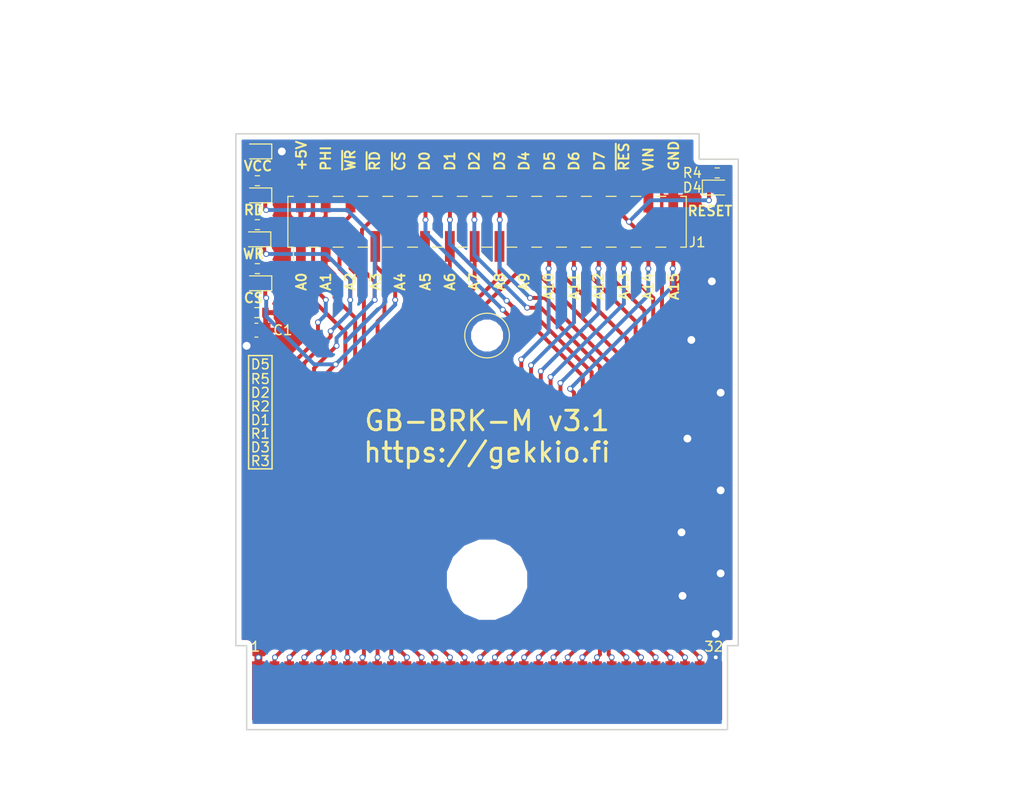
<source format=kicad_pcb>
(kicad_pcb (version 4) (host pcbnew 4.0.7-e2-6376~60~ubuntu17.10.1)

  (general
    (links 49)
    (no_connects 0)
    (area 49.950001 25.8 154.657143 108.400001)
    (thickness 1.6)
    (drawings 58)
    (tracks 403)
    (zones 0)
    (modules 15)
    (nets 38)
  )

  (page A4)
  (title_block
    (title GB-BRK-M)
    (rev v3.1)
    (company https://gekkio.fi)
  )

  (layers
    (0 F.Cu signal)
    (31 B.Cu signal)
    (32 B.Adhes user)
    (33 F.Adhes user)
    (34 B.Paste user)
    (35 F.Paste user)
    (36 B.SilkS user)
    (37 F.SilkS user)
    (38 B.Mask user)
    (39 F.Mask user)
    (40 Dwgs.User user)
    (41 Cmts.User user)
    (42 Eco1.User user)
    (43 Eco2.User user)
    (44 Edge.Cuts user)
    (45 Margin user)
    (46 B.CrtYd user)
    (47 F.CrtYd user)
    (48 B.Fab user)
    (49 F.Fab user)
  )

  (setup
    (last_trace_width 0.4)
    (user_trace_width 1)
    (trace_clearance 0.4)
    (zone_clearance 0.508)
    (zone_45_only yes)
    (trace_min 0.21)
    (segment_width 0.1)
    (edge_width 0.15)
    (via_size 0.6)
    (via_drill 0.4)
    (via_min_size 0.4)
    (via_min_drill 0.3)
    (uvia_size 0.3)
    (uvia_drill 0.1)
    (uvias_allowed no)
    (uvia_min_size 0.2)
    (uvia_min_drill 0.1)
    (pcb_text_width 0.3)
    (pcb_text_size 1.5 1.5)
    (mod_edge_width 0.15)
    (mod_text_size 1 1)
    (mod_text_width 0.15)
    (pad_size 2.25 2.25)
    (pad_drill 2.25)
    (pad_to_mask_clearance 0.2)
    (aux_axis_origin 100 100)
    (visible_elements FFFFFF7F)
    (pcbplotparams
      (layerselection 0x010fc_80000001)
      (usegerberextensions false)
      (excludeedgelayer false)
      (linewidth 0.100000)
      (plotframeref false)
      (viasonmask false)
      (mode 1)
      (useauxorigin false)
      (hpglpennumber 1)
      (hpglpenspeed 20)
      (hpglpendiameter 15)
      (hpglpenoverlay 2)
      (psnegative false)
      (psa4output false)
      (plotreference true)
      (plotvalue true)
      (plotinvisibletext false)
      (padsonsilk false)
      (subtractmaskfromsilk false)
      (outputformat 1)
      (mirror false)
      (drillshape 0)
      (scaleselection 1)
      (outputdirectory gerber/))
  )

  (net 0 "")
  (net 1 +5V)
  (net 2 GND)
  (net 3 "Net-(D1-Pad2)")
  (net 4 ~WR)
  (net 5 "Net-(D2-Pad2)")
  (net 6 ~RD)
  (net 7 "Net-(D3-Pad2)")
  (net 8 ~CS)
  (net 9 "Net-(D4-Pad2)")
  (net 10 ~RES)
  (net 11 "Net-(D5-Pad2)")
  (net 12 /A0)
  (net 13 /PHI)
  (net 14 /A1)
  (net 15 /A2)
  (net 16 /A3)
  (net 17 /A4)
  (net 18 /D0)
  (net 19 /A5)
  (net 20 /D1)
  (net 21 /A6)
  (net 22 /D2)
  (net 23 /A7)
  (net 24 /D3)
  (net 25 /A8)
  (net 26 /D4)
  (net 27 /A9)
  (net 28 /D5)
  (net 29 /A10)
  (net 30 /D6)
  (net 31 /A11)
  (net 32 /D7)
  (net 33 /A12)
  (net 34 /A13)
  (net 35 /VIN)
  (net 36 /A14)
  (net 37 /A15)

  (net_class Default "This is the default net class."
    (clearance 0.4)
    (trace_width 0.4)
    (via_dia 0.6)
    (via_drill 0.4)
    (uvia_dia 0.3)
    (uvia_drill 0.1)
    (add_net /A0)
    (add_net /A1)
    (add_net /A10)
    (add_net /A11)
    (add_net /A12)
    (add_net /A13)
    (add_net /A14)
    (add_net /A15)
    (add_net /A2)
    (add_net /A3)
    (add_net /A4)
    (add_net /A5)
    (add_net /A6)
    (add_net /A7)
    (add_net /A8)
    (add_net /A9)
    (add_net /D0)
    (add_net /D1)
    (add_net /D2)
    (add_net /D3)
    (add_net /D4)
    (add_net /D5)
    (add_net /D6)
    (add_net /D7)
    (add_net /PHI)
    (add_net /VIN)
    (add_net "Net-(D1-Pad2)")
    (add_net "Net-(D2-Pad2)")
    (add_net "Net-(D3-Pad2)")
    (add_net "Net-(D4-Pad2)")
    (add_net "Net-(D5-Pad2)")
    (add_net ~CS)
    (add_net ~RD)
    (add_net ~RES)
    (add_net ~WR)
  )

  (net_class Power ""
    (clearance 0.4)
    (trace_width 0.8)
    (via_dia 1)
    (via_drill 0.8)
    (uvia_dia 0.3)
    (uvia_drill 0.1)
    (add_net +5V)
    (add_net GND)
  )

  (module Connectors:1pin locked (layer F.Cu) (tedit 597D8B13) (tstamp 597D8AA2)
    (at 100 59.65)
    (descr "module 1 pin (ou trou mecanique de percage)")
    (tags DEV)
    (path /597D86AE)
    (fp_text reference MK2 (at 0 -3.048) (layer F.SilkS) hide
      (effects (font (size 1 1) (thickness 0.15)))
    )
    (fp_text value Mounting_Hole (at 0 3) (layer F.Fab) hide
      (effects (font (size 1 1) (thickness 0.15)))
    )
    (fp_circle (center 0 0) (end 2 0.8) (layer F.Fab) (width 0.1))
    (fp_circle (center 0 0) (end 2.6 0) (layer F.CrtYd) (width 0.05))
    (fp_circle (center 0 0) (end 0 -2.286) (layer F.SilkS) (width 0.12))
    (pad "" np_thru_hole circle (at 0 0) (size 2.25 2.25) (drill 2.25) (layers *.Cu *.Mask))
  )

  (module Connectors:1pin locked (layer F.Cu) (tedit 597D8B03) (tstamp 597D8A2E)
    (at 100 84.65)
    (descr "module 1 pin (ou trou mecanique de percage)")
    (tags DEV)
    (path /597D8607)
    (fp_text reference MK1 (at 0 -3.048) (layer F.SilkS) hide
      (effects (font (size 1 1) (thickness 0.15)))
    )
    (fp_text value Mounting_Hole (at 0 3) (layer F.Fab) hide
      (effects (font (size 1 1) (thickness 0.15)))
    )
    (fp_circle (center 0 0) (end 2 0.8) (layer F.Fab) (width 0.1))
    (fp_circle (center 0 0) (end 2.6 0) (layer F.CrtYd) (width 0.05))
    (fp_circle (center 0 0) (end 0 -2.286) (layer F.SilkS) (width 0.12))
    (pad "" np_thru_hole circle (at 0 0) (size 7.2 7.2) (drill 7.2) (layers *.Cu *.Mask))
  )

  (module Connector_PinHeader_2.54mm:PinHeader_2x16_P2.54mm_Vertical_SMD locked (layer F.Cu) (tedit 59FED5CC) (tstamp 5A5FB526)
    (at 100 48 90)
    (descr "surface-mounted straight pin header, 2x16, 2.54mm pitch, double rows")
    (tags "Surface mounted pin header SMD 2x16 2.54mm double row")
    (path /5910D7D7)
    (attr smd)
    (fp_text reference J1 (at -2.1 21.5 180) (layer F.SilkS)
      (effects (font (size 1 1) (thickness 0.15)))
    )
    (fp_text value CONN_02X16 (at -7.9 0 180) (layer F.Fab)
      (effects (font (size 1 1) (thickness 0.15)))
    )
    (fp_line (start 2.54 20.32) (end -2.54 20.32) (layer F.Fab) (width 0.1))
    (fp_line (start -1.59 -20.32) (end 2.54 -20.32) (layer F.Fab) (width 0.1))
    (fp_line (start -2.54 20.32) (end -2.54 -19.37) (layer F.Fab) (width 0.1))
    (fp_line (start -2.54 -19.37) (end -1.59 -20.32) (layer F.Fab) (width 0.1))
    (fp_line (start 2.54 -20.32) (end 2.54 20.32) (layer F.Fab) (width 0.1))
    (fp_line (start -2.54 -19.37) (end -3.6 -19.37) (layer F.Fab) (width 0.1))
    (fp_line (start -3.6 -19.37) (end -3.6 -18.73) (layer F.Fab) (width 0.1))
    (fp_line (start -3.6 -18.73) (end -2.54 -18.73) (layer F.Fab) (width 0.1))
    (fp_line (start 2.54 -19.37) (end 3.6 -19.37) (layer F.Fab) (width 0.1))
    (fp_line (start 3.6 -19.37) (end 3.6 -18.73) (layer F.Fab) (width 0.1))
    (fp_line (start 3.6 -18.73) (end 2.54 -18.73) (layer F.Fab) (width 0.1))
    (fp_line (start -2.54 -16.83) (end -3.6 -16.83) (layer F.Fab) (width 0.1))
    (fp_line (start -3.6 -16.83) (end -3.6 -16.19) (layer F.Fab) (width 0.1))
    (fp_line (start -3.6 -16.19) (end -2.54 -16.19) (layer F.Fab) (width 0.1))
    (fp_line (start 2.54 -16.83) (end 3.6 -16.83) (layer F.Fab) (width 0.1))
    (fp_line (start 3.6 -16.83) (end 3.6 -16.19) (layer F.Fab) (width 0.1))
    (fp_line (start 3.6 -16.19) (end 2.54 -16.19) (layer F.Fab) (width 0.1))
    (fp_line (start -2.54 -14.29) (end -3.6 -14.29) (layer F.Fab) (width 0.1))
    (fp_line (start -3.6 -14.29) (end -3.6 -13.65) (layer F.Fab) (width 0.1))
    (fp_line (start -3.6 -13.65) (end -2.54 -13.65) (layer F.Fab) (width 0.1))
    (fp_line (start 2.54 -14.29) (end 3.6 -14.29) (layer F.Fab) (width 0.1))
    (fp_line (start 3.6 -14.29) (end 3.6 -13.65) (layer F.Fab) (width 0.1))
    (fp_line (start 3.6 -13.65) (end 2.54 -13.65) (layer F.Fab) (width 0.1))
    (fp_line (start -2.54 -11.75) (end -3.6 -11.75) (layer F.Fab) (width 0.1))
    (fp_line (start -3.6 -11.75) (end -3.6 -11.11) (layer F.Fab) (width 0.1))
    (fp_line (start -3.6 -11.11) (end -2.54 -11.11) (layer F.Fab) (width 0.1))
    (fp_line (start 2.54 -11.75) (end 3.6 -11.75) (layer F.Fab) (width 0.1))
    (fp_line (start 3.6 -11.75) (end 3.6 -11.11) (layer F.Fab) (width 0.1))
    (fp_line (start 3.6 -11.11) (end 2.54 -11.11) (layer F.Fab) (width 0.1))
    (fp_line (start -2.54 -9.21) (end -3.6 -9.21) (layer F.Fab) (width 0.1))
    (fp_line (start -3.6 -9.21) (end -3.6 -8.57) (layer F.Fab) (width 0.1))
    (fp_line (start -3.6 -8.57) (end -2.54 -8.57) (layer F.Fab) (width 0.1))
    (fp_line (start 2.54 -9.21) (end 3.6 -9.21) (layer F.Fab) (width 0.1))
    (fp_line (start 3.6 -9.21) (end 3.6 -8.57) (layer F.Fab) (width 0.1))
    (fp_line (start 3.6 -8.57) (end 2.54 -8.57) (layer F.Fab) (width 0.1))
    (fp_line (start -2.54 -6.67) (end -3.6 -6.67) (layer F.Fab) (width 0.1))
    (fp_line (start -3.6 -6.67) (end -3.6 -6.03) (layer F.Fab) (width 0.1))
    (fp_line (start -3.6 -6.03) (end -2.54 -6.03) (layer F.Fab) (width 0.1))
    (fp_line (start 2.54 -6.67) (end 3.6 -6.67) (layer F.Fab) (width 0.1))
    (fp_line (start 3.6 -6.67) (end 3.6 -6.03) (layer F.Fab) (width 0.1))
    (fp_line (start 3.6 -6.03) (end 2.54 -6.03) (layer F.Fab) (width 0.1))
    (fp_line (start -2.54 -4.13) (end -3.6 -4.13) (layer F.Fab) (width 0.1))
    (fp_line (start -3.6 -4.13) (end -3.6 -3.49) (layer F.Fab) (width 0.1))
    (fp_line (start -3.6 -3.49) (end -2.54 -3.49) (layer F.Fab) (width 0.1))
    (fp_line (start 2.54 -4.13) (end 3.6 -4.13) (layer F.Fab) (width 0.1))
    (fp_line (start 3.6 -4.13) (end 3.6 -3.49) (layer F.Fab) (width 0.1))
    (fp_line (start 3.6 -3.49) (end 2.54 -3.49) (layer F.Fab) (width 0.1))
    (fp_line (start -2.54 -1.59) (end -3.6 -1.59) (layer F.Fab) (width 0.1))
    (fp_line (start -3.6 -1.59) (end -3.6 -0.95) (layer F.Fab) (width 0.1))
    (fp_line (start -3.6 -0.95) (end -2.54 -0.95) (layer F.Fab) (width 0.1))
    (fp_line (start 2.54 -1.59) (end 3.6 -1.59) (layer F.Fab) (width 0.1))
    (fp_line (start 3.6 -1.59) (end 3.6 -0.95) (layer F.Fab) (width 0.1))
    (fp_line (start 3.6 -0.95) (end 2.54 -0.95) (layer F.Fab) (width 0.1))
    (fp_line (start -2.54 0.95) (end -3.6 0.95) (layer F.Fab) (width 0.1))
    (fp_line (start -3.6 0.95) (end -3.6 1.59) (layer F.Fab) (width 0.1))
    (fp_line (start -3.6 1.59) (end -2.54 1.59) (layer F.Fab) (width 0.1))
    (fp_line (start 2.54 0.95) (end 3.6 0.95) (layer F.Fab) (width 0.1))
    (fp_line (start 3.6 0.95) (end 3.6 1.59) (layer F.Fab) (width 0.1))
    (fp_line (start 3.6 1.59) (end 2.54 1.59) (layer F.Fab) (width 0.1))
    (fp_line (start -2.54 3.49) (end -3.6 3.49) (layer F.Fab) (width 0.1))
    (fp_line (start -3.6 3.49) (end -3.6 4.13) (layer F.Fab) (width 0.1))
    (fp_line (start -3.6 4.13) (end -2.54 4.13) (layer F.Fab) (width 0.1))
    (fp_line (start 2.54 3.49) (end 3.6 3.49) (layer F.Fab) (width 0.1))
    (fp_line (start 3.6 3.49) (end 3.6 4.13) (layer F.Fab) (width 0.1))
    (fp_line (start 3.6 4.13) (end 2.54 4.13) (layer F.Fab) (width 0.1))
    (fp_line (start -2.54 6.03) (end -3.6 6.03) (layer F.Fab) (width 0.1))
    (fp_line (start -3.6 6.03) (end -3.6 6.67) (layer F.Fab) (width 0.1))
    (fp_line (start -3.6 6.67) (end -2.54 6.67) (layer F.Fab) (width 0.1))
    (fp_line (start 2.54 6.03) (end 3.6 6.03) (layer F.Fab) (width 0.1))
    (fp_line (start 3.6 6.03) (end 3.6 6.67) (layer F.Fab) (width 0.1))
    (fp_line (start 3.6 6.67) (end 2.54 6.67) (layer F.Fab) (width 0.1))
    (fp_line (start -2.54 8.57) (end -3.6 8.57) (layer F.Fab) (width 0.1))
    (fp_line (start -3.6 8.57) (end -3.6 9.21) (layer F.Fab) (width 0.1))
    (fp_line (start -3.6 9.21) (end -2.54 9.21) (layer F.Fab) (width 0.1))
    (fp_line (start 2.54 8.57) (end 3.6 8.57) (layer F.Fab) (width 0.1))
    (fp_line (start 3.6 8.57) (end 3.6 9.21) (layer F.Fab) (width 0.1))
    (fp_line (start 3.6 9.21) (end 2.54 9.21) (layer F.Fab) (width 0.1))
    (fp_line (start -2.54 11.11) (end -3.6 11.11) (layer F.Fab) (width 0.1))
    (fp_line (start -3.6 11.11) (end -3.6 11.75) (layer F.Fab) (width 0.1))
    (fp_line (start -3.6 11.75) (end -2.54 11.75) (layer F.Fab) (width 0.1))
    (fp_line (start 2.54 11.11) (end 3.6 11.11) (layer F.Fab) (width 0.1))
    (fp_line (start 3.6 11.11) (end 3.6 11.75) (layer F.Fab) (width 0.1))
    (fp_line (start 3.6 11.75) (end 2.54 11.75) (layer F.Fab) (width 0.1))
    (fp_line (start -2.54 13.65) (end -3.6 13.65) (layer F.Fab) (width 0.1))
    (fp_line (start -3.6 13.65) (end -3.6 14.29) (layer F.Fab) (width 0.1))
    (fp_line (start -3.6 14.29) (end -2.54 14.29) (layer F.Fab) (width 0.1))
    (fp_line (start 2.54 13.65) (end 3.6 13.65) (layer F.Fab) (width 0.1))
    (fp_line (start 3.6 13.65) (end 3.6 14.29) (layer F.Fab) (width 0.1))
    (fp_line (start 3.6 14.29) (end 2.54 14.29) (layer F.Fab) (width 0.1))
    (fp_line (start -2.54 16.19) (end -3.6 16.19) (layer F.Fab) (width 0.1))
    (fp_line (start -3.6 16.19) (end -3.6 16.83) (layer F.Fab) (width 0.1))
    (fp_line (start -3.6 16.83) (end -2.54 16.83) (layer F.Fab) (width 0.1))
    (fp_line (start 2.54 16.19) (end 3.6 16.19) (layer F.Fab) (width 0.1))
    (fp_line (start 3.6 16.19) (end 3.6 16.83) (layer F.Fab) (width 0.1))
    (fp_line (start 3.6 16.83) (end 2.54 16.83) (layer F.Fab) (width 0.1))
    (fp_line (start -2.54 18.73) (end -3.6 18.73) (layer F.Fab) (width 0.1))
    (fp_line (start -3.6 18.73) (end -3.6 19.37) (layer F.Fab) (width 0.1))
    (fp_line (start -3.6 19.37) (end -2.54 19.37) (layer F.Fab) (width 0.1))
    (fp_line (start 2.54 18.73) (end 3.6 18.73) (layer F.Fab) (width 0.1))
    (fp_line (start 3.6 18.73) (end 3.6 19.37) (layer F.Fab) (width 0.1))
    (fp_line (start 3.6 19.37) (end 2.54 19.37) (layer F.Fab) (width 0.1))
    (fp_line (start -2.6 -20.38) (end 2.6 -20.38) (layer F.SilkS) (width 0.12))
    (fp_line (start -2.6 20.38) (end 2.6 20.38) (layer F.SilkS) (width 0.12))
    (fp_line (start -4.04 -19.81) (end -2.6 -19.81) (layer F.SilkS) (width 0.12))
    (fp_line (start -2.6 -20.38) (end -2.6 -19.81) (layer F.SilkS) (width 0.12))
    (fp_line (start 2.6 -20.38) (end 2.6 -19.81) (layer F.SilkS) (width 0.12))
    (fp_line (start -2.6 19.81) (end -2.6 20.38) (layer F.SilkS) (width 0.12))
    (fp_line (start 2.6 19.81) (end 2.6 20.38) (layer F.SilkS) (width 0.12))
    (fp_line (start -2.6 -18.29) (end -2.6 -17.27) (layer F.SilkS) (width 0.12))
    (fp_line (start 2.6 -18.29) (end 2.6 -17.27) (layer F.SilkS) (width 0.12))
    (fp_line (start -2.6 -15.75) (end -2.6 -14.73) (layer F.SilkS) (width 0.12))
    (fp_line (start 2.6 -15.75) (end 2.6 -14.73) (layer F.SilkS) (width 0.12))
    (fp_line (start -2.6 -13.21) (end -2.6 -12.19) (layer F.SilkS) (width 0.12))
    (fp_line (start 2.6 -13.21) (end 2.6 -12.19) (layer F.SilkS) (width 0.12))
    (fp_line (start -2.6 -10.67) (end -2.6 -9.65) (layer F.SilkS) (width 0.12))
    (fp_line (start 2.6 -10.67) (end 2.6 -9.65) (layer F.SilkS) (width 0.12))
    (fp_line (start -2.6 -8.13) (end -2.6 -7.11) (layer F.SilkS) (width 0.12))
    (fp_line (start 2.6 -8.13) (end 2.6 -7.11) (layer F.SilkS) (width 0.12))
    (fp_line (start -2.6 -5.59) (end -2.6 -4.57) (layer F.SilkS) (width 0.12))
    (fp_line (start 2.6 -5.59) (end 2.6 -4.57) (layer F.SilkS) (width 0.12))
    (fp_line (start -2.6 -3.05) (end -2.6 -2.03) (layer F.SilkS) (width 0.12))
    (fp_line (start 2.6 -3.05) (end 2.6 -2.03) (layer F.SilkS) (width 0.12))
    (fp_line (start -2.6 -0.51) (end -2.6 0.51) (layer F.SilkS) (width 0.12))
    (fp_line (start 2.6 -0.51) (end 2.6 0.51) (layer F.SilkS) (width 0.12))
    (fp_line (start -2.6 2.03) (end -2.6 3.05) (layer F.SilkS) (width 0.12))
    (fp_line (start 2.6 2.03) (end 2.6 3.05) (layer F.SilkS) (width 0.12))
    (fp_line (start -2.6 4.57) (end -2.6 5.59) (layer F.SilkS) (width 0.12))
    (fp_line (start 2.6 4.57) (end 2.6 5.59) (layer F.SilkS) (width 0.12))
    (fp_line (start -2.6 7.11) (end -2.6 8.13) (layer F.SilkS) (width 0.12))
    (fp_line (start 2.6 7.11) (end 2.6 8.13) (layer F.SilkS) (width 0.12))
    (fp_line (start -2.6 9.65) (end -2.6 10.67) (layer F.SilkS) (width 0.12))
    (fp_line (start 2.6 9.65) (end 2.6 10.67) (layer F.SilkS) (width 0.12))
    (fp_line (start -2.6 12.19) (end -2.6 13.21) (layer F.SilkS) (width 0.12))
    (fp_line (start 2.6 12.19) (end 2.6 13.21) (layer F.SilkS) (width 0.12))
    (fp_line (start -2.6 14.73) (end -2.6 15.75) (layer F.SilkS) (width 0.12))
    (fp_line (start 2.6 14.73) (end 2.6 15.75) (layer F.SilkS) (width 0.12))
    (fp_line (start -2.6 17.27) (end -2.6 18.29) (layer F.SilkS) (width 0.12))
    (fp_line (start 2.6 17.27) (end 2.6 18.29) (layer F.SilkS) (width 0.12))
    (fp_line (start -5.9 -20.85) (end -5.9 20.85) (layer F.CrtYd) (width 0.05))
    (fp_line (start -5.9 20.85) (end 5.9 20.85) (layer F.CrtYd) (width 0.05))
    (fp_line (start 5.9 20.85) (end 5.9 -20.85) (layer F.CrtYd) (width 0.05))
    (fp_line (start 5.9 -20.85) (end -5.9 -20.85) (layer F.CrtYd) (width 0.05))
    (fp_text user %R (at 0 0 180) (layer F.Fab)
      (effects (font (size 1 1) (thickness 0.15)))
    )
    (pad 1 smd rect (at -2.525 -19.05 90) (size 3.15 1) (layers F.Cu F.Paste F.Mask)
      (net 12 /A0))
    (pad 2 smd rect (at 2.525 -19.05 90) (size 3.15 1) (layers F.Cu F.Paste F.Mask)
      (net 1 +5V))
    (pad 3 smd rect (at -2.525 -16.51 90) (size 3.15 1) (layers F.Cu F.Paste F.Mask)
      (net 14 /A1))
    (pad 4 smd rect (at 2.525 -16.51 90) (size 3.15 1) (layers F.Cu F.Paste F.Mask)
      (net 13 /PHI))
    (pad 5 smd rect (at -2.525 -13.97 90) (size 3.15 1) (layers F.Cu F.Paste F.Mask)
      (net 15 /A2))
    (pad 6 smd rect (at 2.525 -13.97 90) (size 3.15 1) (layers F.Cu F.Paste F.Mask)
      (net 4 ~WR))
    (pad 7 smd rect (at -2.525 -11.43 90) (size 3.15 1) (layers F.Cu F.Paste F.Mask)
      (net 16 /A3))
    (pad 8 smd rect (at 2.525 -11.43 90) (size 3.15 1) (layers F.Cu F.Paste F.Mask)
      (net 6 ~RD))
    (pad 9 smd rect (at -2.525 -8.89 90) (size 3.15 1) (layers F.Cu F.Paste F.Mask)
      (net 17 /A4))
    (pad 10 smd rect (at 2.525 -8.89 90) (size 3.15 1) (layers F.Cu F.Paste F.Mask)
      (net 8 ~CS))
    (pad 11 smd rect (at -2.525 -6.35 90) (size 3.15 1) (layers F.Cu F.Paste F.Mask)
      (net 19 /A5))
    (pad 12 smd rect (at 2.525 -6.35 90) (size 3.15 1) (layers F.Cu F.Paste F.Mask)
      (net 18 /D0))
    (pad 13 smd rect (at -2.525 -3.81 90) (size 3.15 1) (layers F.Cu F.Paste F.Mask)
      (net 21 /A6))
    (pad 14 smd rect (at 2.525 -3.81 90) (size 3.15 1) (layers F.Cu F.Paste F.Mask)
      (net 20 /D1))
    (pad 15 smd rect (at -2.525 -1.27 90) (size 3.15 1) (layers F.Cu F.Paste F.Mask)
      (net 23 /A7))
    (pad 16 smd rect (at 2.525 -1.27 90) (size 3.15 1) (layers F.Cu F.Paste F.Mask)
      (net 22 /D2))
    (pad 17 smd rect (at -2.525 1.27 90) (size 3.15 1) (layers F.Cu F.Paste F.Mask)
      (net 25 /A8))
    (pad 18 smd rect (at 2.525 1.27 90) (size 3.15 1) (layers F.Cu F.Paste F.Mask)
      (net 24 /D3))
    (pad 19 smd rect (at -2.525 3.81 90) (size 3.15 1) (layers F.Cu F.Paste F.Mask)
      (net 27 /A9))
    (pad 20 smd rect (at 2.525 3.81 90) (size 3.15 1) (layers F.Cu F.Paste F.Mask)
      (net 26 /D4))
    (pad 21 smd rect (at -2.525 6.35 90) (size 3.15 1) (layers F.Cu F.Paste F.Mask)
      (net 29 /A10))
    (pad 22 smd rect (at 2.525 6.35 90) (size 3.15 1) (layers F.Cu F.Paste F.Mask)
      (net 28 /D5))
    (pad 23 smd rect (at -2.525 8.89 90) (size 3.15 1) (layers F.Cu F.Paste F.Mask)
      (net 31 /A11))
    (pad 24 smd rect (at 2.525 8.89 90) (size 3.15 1) (layers F.Cu F.Paste F.Mask)
      (net 30 /D6))
    (pad 25 smd rect (at -2.525 11.43 90) (size 3.15 1) (layers F.Cu F.Paste F.Mask)
      (net 33 /A12))
    (pad 26 smd rect (at 2.525 11.43 90) (size 3.15 1) (layers F.Cu F.Paste F.Mask)
      (net 32 /D7))
    (pad 27 smd rect (at -2.525 13.97 90) (size 3.15 1) (layers F.Cu F.Paste F.Mask)
      (net 34 /A13))
    (pad 28 smd rect (at 2.525 13.97 90) (size 3.15 1) (layers F.Cu F.Paste F.Mask)
      (net 10 ~RES))
    (pad 29 smd rect (at -2.525 16.51 90) (size 3.15 1) (layers F.Cu F.Paste F.Mask)
      (net 36 /A14))
    (pad 30 smd rect (at 2.525 16.51 90) (size 3.15 1) (layers F.Cu F.Paste F.Mask)
      (net 35 /VIN))
    (pad 31 smd rect (at -2.525 19.05 90) (size 3.15 1) (layers F.Cu F.Paste F.Mask)
      (net 37 /A15))
    (pad 32 smd rect (at 2.525 19.05 90) (size 3.15 1) (layers F.Cu F.Paste F.Mask)
      (net 2 GND))
    (model ${KISYS3DMOD}/Connector_PinHeader_2.54mm.3dshapes/PinHeader_2x16_P2.54mm_Vertical_SMD.wrl
      (at (xyz 0 0 0))
      (scale (xyz 1 1 1))
      (rotate (xyz 0 0 0))
    )
  )

  (module Resistor_SMD:R_0603_1608Metric (layer F.Cu) (tedit 59FE48B8) (tstamp 5A5FB55D)
    (at 76.5 43.8 180)
    (descr "Resistor SMD 0603 (1608 Metric), square (rectangular) end terminal, IPC_7351 nominal, (Body size source: http://www.tortai-tech.com/upload/download/2011102023233369053.pdf), generated with kicad-footprint-generator")
    (tags resistor)
    (path /5910CAE9)
    (attr smd)
    (fp_text reference R5 (at -0.3 -20.3 180) (layer F.SilkS)
      (effects (font (size 1 1) (thickness 0.15)))
    )
    (fp_text value 1K (at 3.4 0 180) (layer F.Fab)
      (effects (font (size 1 1) (thickness 0.15)))
    )
    (fp_line (start -0.8 0.4) (end -0.8 -0.4) (layer F.Fab) (width 0.1))
    (fp_line (start -0.8 -0.4) (end 0.8 -0.4) (layer F.Fab) (width 0.1))
    (fp_line (start 0.8 -0.4) (end 0.8 0.4) (layer F.Fab) (width 0.1))
    (fp_line (start 0.8 0.4) (end -0.8 0.4) (layer F.Fab) (width 0.1))
    (fp_line (start -0.22 -0.51) (end 0.22 -0.51) (layer F.SilkS) (width 0.12))
    (fp_line (start -0.22 0.51) (end 0.22 0.51) (layer F.SilkS) (width 0.12))
    (fp_line (start -1.46 0.75) (end -1.46 -0.75) (layer F.CrtYd) (width 0.05))
    (fp_line (start -1.46 -0.75) (end 1.46 -0.75) (layer F.CrtYd) (width 0.05))
    (fp_line (start 1.46 -0.75) (end 1.46 0.75) (layer F.CrtYd) (width 0.05))
    (fp_line (start 1.46 0.75) (end -1.46 0.75) (layer F.CrtYd) (width 0.05))
    (fp_text user %R (at 0 0 180) (layer F.Fab)
      (effects (font (size 0.5 0.5) (thickness 0.08)))
    )
    (pad 1 smd rect (at -0.875 0 180) (size 0.67 1) (layers F.Cu F.Paste F.Mask)
      (net 1 +5V))
    (pad 2 smd rect (at 0.875 0 180) (size 0.67 1) (layers F.Cu F.Paste F.Mask)
      (net 11 "Net-(D5-Pad2)"))
    (model ${KISYS3DMOD}/Resistor_SMD.3dshapes/R_0603_1608Metric.wrl
      (at (xyz 0 0 0))
      (scale (xyz 1 1 1))
      (rotate (xyz 0 0 0))
    )
  )

  (module Resistor_SMD:R_0603_1608Metric (layer F.Cu) (tedit 59FE48B8) (tstamp 5A5FB558)
    (at 123.55 43)
    (descr "Resistor SMD 0603 (1608 Metric), square (rectangular) end terminal, IPC_7351 nominal, (Body size source: http://www.tortai-tech.com/upload/download/2011102023233369053.pdf), generated with kicad-footprint-generator")
    (tags resistor)
    (path /5963E655)
    (attr smd)
    (fp_text reference R4 (at -2.55 0) (layer F.SilkS)
      (effects (font (size 1 1) (thickness 0.15)))
    )
    (fp_text value 1K (at 3.35 0) (layer F.Fab)
      (effects (font (size 1 1) (thickness 0.15)))
    )
    (fp_line (start -0.8 0.4) (end -0.8 -0.4) (layer F.Fab) (width 0.1))
    (fp_line (start -0.8 -0.4) (end 0.8 -0.4) (layer F.Fab) (width 0.1))
    (fp_line (start 0.8 -0.4) (end 0.8 0.4) (layer F.Fab) (width 0.1))
    (fp_line (start 0.8 0.4) (end -0.8 0.4) (layer F.Fab) (width 0.1))
    (fp_line (start -0.22 -0.51) (end 0.22 -0.51) (layer F.SilkS) (width 0.12))
    (fp_line (start -0.22 0.51) (end 0.22 0.51) (layer F.SilkS) (width 0.12))
    (fp_line (start -1.46 0.75) (end -1.46 -0.75) (layer F.CrtYd) (width 0.05))
    (fp_line (start -1.46 -0.75) (end 1.46 -0.75) (layer F.CrtYd) (width 0.05))
    (fp_line (start 1.46 -0.75) (end 1.46 0.75) (layer F.CrtYd) (width 0.05))
    (fp_line (start 1.46 0.75) (end -1.46 0.75) (layer F.CrtYd) (width 0.05))
    (fp_text user %R (at 0 0) (layer F.Fab)
      (effects (font (size 0.5 0.5) (thickness 0.08)))
    )
    (pad 1 smd rect (at -0.875 0) (size 0.67 1) (layers F.Cu F.Paste F.Mask)
      (net 1 +5V))
    (pad 2 smd rect (at 0.875 0) (size 0.67 1) (layers F.Cu F.Paste F.Mask)
      (net 9 "Net-(D4-Pad2)"))
    (model ${KISYS3DMOD}/Resistor_SMD.3dshapes/R_0603_1608Metric.wrl
      (at (xyz 0 0 0))
      (scale (xyz 1 1 1))
      (rotate (xyz 0 0 0))
    )
  )

  (module Resistor_SMD:R_0603_1608Metric (layer F.Cu) (tedit 59FE48B8) (tstamp 5A5FB553)
    (at 76.45 57.3 180)
    (descr "Resistor SMD 0603 (1608 Metric), square (rectangular) end terminal, IPC_7351 nominal, (Body size source: http://www.tortai-tech.com/upload/download/2011102023233369053.pdf), generated with kicad-footprint-generator")
    (tags resistor)
    (path /5963E2CC)
    (attr smd)
    (fp_text reference R3 (at -0.35 -15.2 180) (layer F.SilkS)
      (effects (font (size 1 1) (thickness 0.15)))
    )
    (fp_text value 1K (at 3.35 0 180) (layer F.Fab)
      (effects (font (size 1 1) (thickness 0.15)))
    )
    (fp_line (start -0.8 0.4) (end -0.8 -0.4) (layer F.Fab) (width 0.1))
    (fp_line (start -0.8 -0.4) (end 0.8 -0.4) (layer F.Fab) (width 0.1))
    (fp_line (start 0.8 -0.4) (end 0.8 0.4) (layer F.Fab) (width 0.1))
    (fp_line (start 0.8 0.4) (end -0.8 0.4) (layer F.Fab) (width 0.1))
    (fp_line (start -0.22 -0.51) (end 0.22 -0.51) (layer F.SilkS) (width 0.12))
    (fp_line (start -0.22 0.51) (end 0.22 0.51) (layer F.SilkS) (width 0.12))
    (fp_line (start -1.46 0.75) (end -1.46 -0.75) (layer F.CrtYd) (width 0.05))
    (fp_line (start -1.46 -0.75) (end 1.46 -0.75) (layer F.CrtYd) (width 0.05))
    (fp_line (start 1.46 -0.75) (end 1.46 0.75) (layer F.CrtYd) (width 0.05))
    (fp_line (start 1.46 0.75) (end -1.46 0.75) (layer F.CrtYd) (width 0.05))
    (fp_text user %R (at 0 0 180) (layer F.Fab)
      (effects (font (size 0.5 0.5) (thickness 0.08)))
    )
    (pad 1 smd rect (at -0.875 0 180) (size 0.67 1) (layers F.Cu F.Paste F.Mask)
      (net 1 +5V))
    (pad 2 smd rect (at 0.875 0 180) (size 0.67 1) (layers F.Cu F.Paste F.Mask)
      (net 7 "Net-(D3-Pad2)"))
    (model ${KISYS3DMOD}/Resistor_SMD.3dshapes/R_0603_1608Metric.wrl
      (at (xyz 0 0 0))
      (scale (xyz 1 1 1))
      (rotate (xyz 0 0 0))
    )
  )

  (module Resistor_SMD:R_0603_1608Metric (layer F.Cu) (tedit 59FE48B8) (tstamp 5A5FB54E)
    (at 76.5 48.3 180)
    (descr "Resistor SMD 0603 (1608 Metric), square (rectangular) end terminal, IPC_7351 nominal, (Body size source: http://www.tortai-tech.com/upload/download/2011102023233369053.pdf), generated with kicad-footprint-generator")
    (tags resistor)
    (path /5963E23F)
    (attr smd)
    (fp_text reference R2 (at -0.3 -18.6 180) (layer F.SilkS)
      (effects (font (size 1 1) (thickness 0.15)))
    )
    (fp_text value 1K (at 3.4 0 180) (layer F.Fab)
      (effects (font (size 1 1) (thickness 0.15)))
    )
    (fp_line (start -0.8 0.4) (end -0.8 -0.4) (layer F.Fab) (width 0.1))
    (fp_line (start -0.8 -0.4) (end 0.8 -0.4) (layer F.Fab) (width 0.1))
    (fp_line (start 0.8 -0.4) (end 0.8 0.4) (layer F.Fab) (width 0.1))
    (fp_line (start 0.8 0.4) (end -0.8 0.4) (layer F.Fab) (width 0.1))
    (fp_line (start -0.22 -0.51) (end 0.22 -0.51) (layer F.SilkS) (width 0.12))
    (fp_line (start -0.22 0.51) (end 0.22 0.51) (layer F.SilkS) (width 0.12))
    (fp_line (start -1.46 0.75) (end -1.46 -0.75) (layer F.CrtYd) (width 0.05))
    (fp_line (start -1.46 -0.75) (end 1.46 -0.75) (layer F.CrtYd) (width 0.05))
    (fp_line (start 1.46 -0.75) (end 1.46 0.75) (layer F.CrtYd) (width 0.05))
    (fp_line (start 1.46 0.75) (end -1.46 0.75) (layer F.CrtYd) (width 0.05))
    (fp_text user %R (at 0 0 180) (layer F.Fab)
      (effects (font (size 0.5 0.5) (thickness 0.08)))
    )
    (pad 1 smd rect (at -0.875 0 180) (size 0.67 1) (layers F.Cu F.Paste F.Mask)
      (net 1 +5V))
    (pad 2 smd rect (at 0.875 0 180) (size 0.67 1) (layers F.Cu F.Paste F.Mask)
      (net 5 "Net-(D2-Pad2)"))
    (model ${KISYS3DMOD}/Resistor_SMD.3dshapes/R_0603_1608Metric.wrl
      (at (xyz 0 0 0))
      (scale (xyz 1 1 1))
      (rotate (xyz 0 0 0))
    )
  )

  (module Resistor_SMD:R_0603_1608Metric (layer F.Cu) (tedit 59FE48B8) (tstamp 5A5FB549)
    (at 76.5 52.8 180)
    (descr "Resistor SMD 0603 (1608 Metric), square (rectangular) end terminal, IPC_7351 nominal, (Body size source: http://www.tortai-tech.com/upload/download/2011102023233369053.pdf), generated with kicad-footprint-generator")
    (tags resistor)
    (path /5963E14B)
    (attr smd)
    (fp_text reference R1 (at -0.3 -16.9 180) (layer F.SilkS)
      (effects (font (size 1 1) (thickness 0.15)))
    )
    (fp_text value 1K (at 3.4 0 180) (layer F.Fab)
      (effects (font (size 1 1) (thickness 0.15)))
    )
    (fp_line (start -0.8 0.4) (end -0.8 -0.4) (layer F.Fab) (width 0.1))
    (fp_line (start -0.8 -0.4) (end 0.8 -0.4) (layer F.Fab) (width 0.1))
    (fp_line (start 0.8 -0.4) (end 0.8 0.4) (layer F.Fab) (width 0.1))
    (fp_line (start 0.8 0.4) (end -0.8 0.4) (layer F.Fab) (width 0.1))
    (fp_line (start -0.22 -0.51) (end 0.22 -0.51) (layer F.SilkS) (width 0.12))
    (fp_line (start -0.22 0.51) (end 0.22 0.51) (layer F.SilkS) (width 0.12))
    (fp_line (start -1.46 0.75) (end -1.46 -0.75) (layer F.CrtYd) (width 0.05))
    (fp_line (start -1.46 -0.75) (end 1.46 -0.75) (layer F.CrtYd) (width 0.05))
    (fp_line (start 1.46 -0.75) (end 1.46 0.75) (layer F.CrtYd) (width 0.05))
    (fp_line (start 1.46 0.75) (end -1.46 0.75) (layer F.CrtYd) (width 0.05))
    (fp_text user %R (at 0 0 180) (layer F.Fab)
      (effects (font (size 0.5 0.5) (thickness 0.08)))
    )
    (pad 1 smd rect (at -0.875 0 180) (size 0.67 1) (layers F.Cu F.Paste F.Mask)
      (net 1 +5V))
    (pad 2 smd rect (at 0.875 0 180) (size 0.67 1) (layers F.Cu F.Paste F.Mask)
      (net 3 "Net-(D1-Pad2)"))
    (model ${KISYS3DMOD}/Resistor_SMD.3dshapes/R_0603_1608Metric.wrl
      (at (xyz 0 0 0))
      (scale (xyz 1 1 1))
      (rotate (xyz 0 0 0))
    )
  )

  (module LED_SMD:LED_0603_1608Metric (layer F.Cu) (tedit 5A00A67C) (tstamp 5A5FB521)
    (at 76.5 40.8 180)
    (descr "LED SMD 0603 (1608 Metric), square (rectangular) end terminal, IPC_7351 nominal, (Body size source: http://www.tortai-tech.com/upload/download/2011102023233369053.pdf), generated with kicad-footprint-generator")
    (tags diode)
    (path /5910CC2A)
    (attr smd)
    (fp_text reference D5 (at -0.3 -21.8 180) (layer F.SilkS)
      (effects (font (size 1 1) (thickness 0.15)))
    )
    (fp_text value LED_R (at 4.7 0 180) (layer F.Fab)
      (effects (font (size 1 1) (thickness 0.15)))
    )
    (fp_line (start 0.8 -0.4) (end -0.5 -0.4) (layer F.Fab) (width 0.1))
    (fp_line (start -0.5 -0.4) (end -0.8 -0.1) (layer F.Fab) (width 0.1))
    (fp_line (start -0.8 -0.1) (end -0.8 0.4) (layer F.Fab) (width 0.1))
    (fp_line (start -0.8 0.4) (end 0.8 0.4) (layer F.Fab) (width 0.1))
    (fp_line (start 0.8 0.4) (end 0.8 -0.4) (layer F.Fab) (width 0.1))
    (fp_line (start 0.8 -0.76) (end -1.47 -0.76) (layer F.SilkS) (width 0.12))
    (fp_line (start -1.47 -0.76) (end -1.47 0.76) (layer F.SilkS) (width 0.12))
    (fp_line (start -1.47 0.76) (end 0.8 0.76) (layer F.SilkS) (width 0.12))
    (fp_line (start -1.46 0.75) (end -1.46 -0.75) (layer F.CrtYd) (width 0.05))
    (fp_line (start -1.46 -0.75) (end 1.46 -0.75) (layer F.CrtYd) (width 0.05))
    (fp_line (start 1.46 -0.75) (end 1.46 0.75) (layer F.CrtYd) (width 0.05))
    (fp_line (start 1.46 0.75) (end -1.46 0.75) (layer F.CrtYd) (width 0.05))
    (fp_text user %R (at 0 0 180) (layer F.Fab)
      (effects (font (size 0.5 0.5) (thickness 0.08)))
    )
    (pad 1 smd rect (at -0.875 0 180) (size 0.67 1) (layers F.Cu F.Paste F.Mask)
      (net 2 GND))
    (pad 2 smd rect (at 0.875 0 180) (size 0.67 1) (layers F.Cu F.Paste F.Mask)
      (net 11 "Net-(D5-Pad2)"))
    (model ${KISYS3DMOD}/LED_SMD.3dshapes/LED_0603_1608Metric.wrl
      (at (xyz 0 0 0))
      (scale (xyz 1 1 1))
      (rotate (xyz 0 0 0))
    )
  )

  (module LED_SMD:LED_0603_1608Metric (layer F.Cu) (tedit 5A00A67C) (tstamp 5A5FB51C)
    (at 123.5 44.5)
    (descr "LED SMD 0603 (1608 Metric), square (rectangular) end terminal, IPC_7351 nominal, (Body size source: http://www.tortai-tech.com/upload/download/2011102023233369053.pdf), generated with kicad-footprint-generator")
    (tags diode)
    (path /5963E607)
    (attr smd)
    (fp_text reference D4 (at -2.5 0) (layer F.SilkS)
      (effects (font (size 1 1) (thickness 0.15)))
    )
    (fp_text value LED_R (at 4.6 0) (layer F.Fab)
      (effects (font (size 1 1) (thickness 0.15)))
    )
    (fp_line (start 0.8 -0.4) (end -0.5 -0.4) (layer F.Fab) (width 0.1))
    (fp_line (start -0.5 -0.4) (end -0.8 -0.1) (layer F.Fab) (width 0.1))
    (fp_line (start -0.8 -0.1) (end -0.8 0.4) (layer F.Fab) (width 0.1))
    (fp_line (start -0.8 0.4) (end 0.8 0.4) (layer F.Fab) (width 0.1))
    (fp_line (start 0.8 0.4) (end 0.8 -0.4) (layer F.Fab) (width 0.1))
    (fp_line (start 0.8 -0.76) (end -1.47 -0.76) (layer F.SilkS) (width 0.12))
    (fp_line (start -1.47 -0.76) (end -1.47 0.76) (layer F.SilkS) (width 0.12))
    (fp_line (start -1.47 0.76) (end 0.8 0.76) (layer F.SilkS) (width 0.12))
    (fp_line (start -1.46 0.75) (end -1.46 -0.75) (layer F.CrtYd) (width 0.05))
    (fp_line (start -1.46 -0.75) (end 1.46 -0.75) (layer F.CrtYd) (width 0.05))
    (fp_line (start 1.46 -0.75) (end 1.46 0.75) (layer F.CrtYd) (width 0.05))
    (fp_line (start 1.46 0.75) (end -1.46 0.75) (layer F.CrtYd) (width 0.05))
    (fp_text user %R (at 0 0) (layer F.Fab)
      (effects (font (size 0.5 0.5) (thickness 0.08)))
    )
    (pad 1 smd rect (at -0.875 0) (size 0.67 1) (layers F.Cu F.Paste F.Mask)
      (net 10 ~RES))
    (pad 2 smd rect (at 0.875 0) (size 0.67 1) (layers F.Cu F.Paste F.Mask)
      (net 9 "Net-(D4-Pad2)"))
    (model ${KISYS3DMOD}/LED_SMD.3dshapes/LED_0603_1608Metric.wrl
      (at (xyz 0 0 0))
      (scale (xyz 1 1 1))
      (rotate (xyz 0 0 0))
    )
  )

  (module LED_SMD:LED_0603_1608Metric (layer F.Cu) (tedit 5A00A67C) (tstamp 5A5FB517)
    (at 76.5 54.3 180)
    (descr "LED SMD 0603 (1608 Metric), square (rectangular) end terminal, IPC_7351 nominal, (Body size source: http://www.tortai-tech.com/upload/download/2011102023233369053.pdf), generated with kicad-footprint-generator")
    (tags diode)
    (path /5963E278)
    (attr smd)
    (fp_text reference D3 (at -0.3 -16.8 180) (layer F.SilkS)
      (effects (font (size 1 1) (thickness 0.15)))
    )
    (fp_text value LED_Y (at 4.7 0 180) (layer F.Fab)
      (effects (font (size 1 1) (thickness 0.15)))
    )
    (fp_line (start 0.8 -0.4) (end -0.5 -0.4) (layer F.Fab) (width 0.1))
    (fp_line (start -0.5 -0.4) (end -0.8 -0.1) (layer F.Fab) (width 0.1))
    (fp_line (start -0.8 -0.1) (end -0.8 0.4) (layer F.Fab) (width 0.1))
    (fp_line (start -0.8 0.4) (end 0.8 0.4) (layer F.Fab) (width 0.1))
    (fp_line (start 0.8 0.4) (end 0.8 -0.4) (layer F.Fab) (width 0.1))
    (fp_line (start 0.8 -0.76) (end -1.47 -0.76) (layer F.SilkS) (width 0.12))
    (fp_line (start -1.47 -0.76) (end -1.47 0.76) (layer F.SilkS) (width 0.12))
    (fp_line (start -1.47 0.76) (end 0.8 0.76) (layer F.SilkS) (width 0.12))
    (fp_line (start -1.46 0.75) (end -1.46 -0.75) (layer F.CrtYd) (width 0.05))
    (fp_line (start -1.46 -0.75) (end 1.46 -0.75) (layer F.CrtYd) (width 0.05))
    (fp_line (start 1.46 -0.75) (end 1.46 0.75) (layer F.CrtYd) (width 0.05))
    (fp_line (start 1.46 0.75) (end -1.46 0.75) (layer F.CrtYd) (width 0.05))
    (fp_text user %R (at 0 0 180) (layer F.Fab)
      (effects (font (size 0.5 0.5) (thickness 0.08)))
    )
    (pad 1 smd rect (at -0.875 0 180) (size 0.67 1) (layers F.Cu F.Paste F.Mask)
      (net 8 ~CS))
    (pad 2 smd rect (at 0.875 0 180) (size 0.67 1) (layers F.Cu F.Paste F.Mask)
      (net 7 "Net-(D3-Pad2)"))
    (model ${KISYS3DMOD}/LED_SMD.3dshapes/LED_0603_1608Metric.wrl
      (at (xyz 0 0 0))
      (scale (xyz 1 1 1))
      (rotate (xyz 0 0 0))
    )
  )

  (module LED_SMD:LED_0603_1608Metric (layer F.Cu) (tedit 5A00A67C) (tstamp 5A5FB512)
    (at 76.5 45.3 180)
    (descr "LED SMD 0603 (1608 Metric), square (rectangular) end terminal, IPC_7351 nominal, (Body size source: http://www.tortai-tech.com/upload/download/2011102023233369053.pdf), generated with kicad-footprint-generator")
    (tags diode)
    (path /5963E1DF)
    (attr smd)
    (fp_text reference D2 (at -0.3 -20.2 180) (layer F.SilkS)
      (effects (font (size 1 1) (thickness 0.15)))
    )
    (fp_text value LED_Y (at 4.7 0 180) (layer F.Fab)
      (effects (font (size 1 1) (thickness 0.15)))
    )
    (fp_line (start 0.8 -0.4) (end -0.5 -0.4) (layer F.Fab) (width 0.1))
    (fp_line (start -0.5 -0.4) (end -0.8 -0.1) (layer F.Fab) (width 0.1))
    (fp_line (start -0.8 -0.1) (end -0.8 0.4) (layer F.Fab) (width 0.1))
    (fp_line (start -0.8 0.4) (end 0.8 0.4) (layer F.Fab) (width 0.1))
    (fp_line (start 0.8 0.4) (end 0.8 -0.4) (layer F.Fab) (width 0.1))
    (fp_line (start 0.8 -0.76) (end -1.47 -0.76) (layer F.SilkS) (width 0.12))
    (fp_line (start -1.47 -0.76) (end -1.47 0.76) (layer F.SilkS) (width 0.12))
    (fp_line (start -1.47 0.76) (end 0.8 0.76) (layer F.SilkS) (width 0.12))
    (fp_line (start -1.46 0.75) (end -1.46 -0.75) (layer F.CrtYd) (width 0.05))
    (fp_line (start -1.46 -0.75) (end 1.46 -0.75) (layer F.CrtYd) (width 0.05))
    (fp_line (start 1.46 -0.75) (end 1.46 0.75) (layer F.CrtYd) (width 0.05))
    (fp_line (start 1.46 0.75) (end -1.46 0.75) (layer F.CrtYd) (width 0.05))
    (fp_text user %R (at 0 0 180) (layer F.Fab)
      (effects (font (size 0.5 0.5) (thickness 0.08)))
    )
    (pad 1 smd rect (at -0.875 0 180) (size 0.67 1) (layers F.Cu F.Paste F.Mask)
      (net 6 ~RD))
    (pad 2 smd rect (at 0.875 0 180) (size 0.67 1) (layers F.Cu F.Paste F.Mask)
      (net 5 "Net-(D2-Pad2)"))
    (model ${KISYS3DMOD}/LED_SMD.3dshapes/LED_0603_1608Metric.wrl
      (at (xyz 0 0 0))
      (scale (xyz 1 1 1))
      (rotate (xyz 0 0 0))
    )
  )

  (module LED_SMD:LED_0603_1608Metric (layer F.Cu) (tedit 5A00A67C) (tstamp 5A5FB50D)
    (at 76.4 49.8 180)
    (descr "LED SMD 0603 (1608 Metric), square (rectangular) end terminal, IPC_7351 nominal, (Body size source: http://www.tortai-tech.com/upload/download/2011102023233369053.pdf), generated with kicad-footprint-generator")
    (tags diode)
    (path /5963E0F1)
    (attr smd)
    (fp_text reference D1 (at -0.4 -18.5 180) (layer F.SilkS)
      (effects (font (size 1 1) (thickness 0.15)))
    )
    (fp_text value LED_Y (at 4.6 0 180) (layer F.Fab)
      (effects (font (size 1 1) (thickness 0.15)))
    )
    (fp_line (start 0.8 -0.4) (end -0.5 -0.4) (layer F.Fab) (width 0.1))
    (fp_line (start -0.5 -0.4) (end -0.8 -0.1) (layer F.Fab) (width 0.1))
    (fp_line (start -0.8 -0.1) (end -0.8 0.4) (layer F.Fab) (width 0.1))
    (fp_line (start -0.8 0.4) (end 0.8 0.4) (layer F.Fab) (width 0.1))
    (fp_line (start 0.8 0.4) (end 0.8 -0.4) (layer F.Fab) (width 0.1))
    (fp_line (start 0.8 -0.76) (end -1.47 -0.76) (layer F.SilkS) (width 0.12))
    (fp_line (start -1.47 -0.76) (end -1.47 0.76) (layer F.SilkS) (width 0.12))
    (fp_line (start -1.47 0.76) (end 0.8 0.76) (layer F.SilkS) (width 0.12))
    (fp_line (start -1.46 0.75) (end -1.46 -0.75) (layer F.CrtYd) (width 0.05))
    (fp_line (start -1.46 -0.75) (end 1.46 -0.75) (layer F.CrtYd) (width 0.05))
    (fp_line (start 1.46 -0.75) (end 1.46 0.75) (layer F.CrtYd) (width 0.05))
    (fp_line (start 1.46 0.75) (end -1.46 0.75) (layer F.CrtYd) (width 0.05))
    (fp_text user %R (at 0 0 180) (layer F.Fab)
      (effects (font (size 0.5 0.5) (thickness 0.08)))
    )
    (pad 1 smd rect (at -0.875 0 180) (size 0.67 1) (layers F.Cu F.Paste F.Mask)
      (net 4 ~WR))
    (pad 2 smd rect (at 0.875 0 180) (size 0.67 1) (layers F.Cu F.Paste F.Mask)
      (net 3 "Net-(D1-Pad2)"))
    (model ${KISYS3DMOD}/LED_SMD.3dshapes/LED_0603_1608Metric.wrl
      (at (xyz 0 0 0))
      (scale (xyz 1 1 1))
      (rotate (xyz 0 0 0))
    )
  )

  (module Capacitor_SMD:C_0805_2012Metric (layer F.Cu) (tedit 59FE48B8) (tstamp 5A5FB508)
    (at 76.4 59.1 180)
    (descr "Capacitor SMD 0805 (2012 Metric), square (rectangular) end terminal, IPC_7351 nominal, (Body size source: http://www.tortai-tech.com/upload/download/2011102023233369053.pdf), generated with kicad-footprint-generator")
    (tags capacitor)
    (path /5910C869)
    (attr smd)
    (fp_text reference C1 (at -2.7 0 180) (layer F.SilkS)
      (effects (font (size 1 1) (thickness 0.15)))
    )
    (fp_text value 10uF (at 4.2 0 180) (layer F.Fab)
      (effects (font (size 1 1) (thickness 0.15)))
    )
    (fp_line (start -1 0.6) (end -1 -0.6) (layer F.Fab) (width 0.1))
    (fp_line (start -1 -0.6) (end 1 -0.6) (layer F.Fab) (width 0.1))
    (fp_line (start 1 -0.6) (end 1 0.6) (layer F.Fab) (width 0.1))
    (fp_line (start 1 0.6) (end -1 0.6) (layer F.Fab) (width 0.1))
    (fp_line (start -0.15 -0.71) (end 0.15 -0.71) (layer F.SilkS) (width 0.12))
    (fp_line (start -0.15 0.71) (end 0.15 0.71) (layer F.SilkS) (width 0.12))
    (fp_line (start -1.69 1) (end -1.69 -1) (layer F.CrtYd) (width 0.05))
    (fp_line (start -1.69 -1) (end 1.69 -1) (layer F.CrtYd) (width 0.05))
    (fp_line (start 1.69 -1) (end 1.69 1) (layer F.CrtYd) (width 0.05))
    (fp_line (start 1.69 1) (end -1.69 1) (layer F.CrtYd) (width 0.05))
    (fp_text user %R (at 0 0 180) (layer F.Fab)
      (effects (font (size 0.5 0.5) (thickness 0.08)))
    )
    (pad 1 smd rect (at -0.955 0 180) (size 0.97 1.5) (layers F.Cu F.Paste F.Mask)
      (net 1 +5V))
    (pad 2 smd rect (at 0.955 0 180) (size 0.97 1.5) (layers F.Cu F.Paste F.Mask)
      (net 2 GND))
    (model ${KISYS3DMOD}/Capacitor_SMD.3dshapes/C_0805_2012Metric.wrl
      (at (xyz 0 0 0))
      (scale (xyz 1 1 1))
      (rotate (xyz 0 0 0))
    )
  )

  (module Gekkio_GameBoy:GameBoy_Cartridge locked (layer F.Cu) (tedit 5A5FB68C) (tstamp 5963D75D)
    (at 100 96)
    (descr "Game Boy cartridge edge connector")
    (tags "gameboy cartridge")
    (path /5A5FB4C5)
    (attr virtual)
    (fp_text reference J2 (at 0 -6) (layer F.SilkS) hide
      (effects (font (size 1 1) (thickness 0.15)))
    )
    (fp_text value Conn_GameBoy_Cartridge (at 0 -4.4) (layer F.Fab)
      (effects (font (size 1 1) (thickness 0.15)))
    )
    (fp_line (start 24.6 -3.5) (end 24.6 3.5) (layer F.CrtYd) (width 0.05))
    (fp_line (start 24.6 3.5) (end -24.6 3.5) (layer F.CrtYd) (width 0.05))
    (fp_line (start -24.6 3.5) (end -24.6 -3.5) (layer F.CrtYd) (width 0.05))
    (fp_line (start -24.6 -3.5) (end 24.6 -3.5) (layer F.CrtYd) (width 0.05))
    (fp_line (start -24.6 -4.6) (end -25.7 -4.6) (layer F.Fab) (width 0.1))
    (fp_line (start -25.7 -4.6) (end -25.7 -7) (layer F.Fab) (width 0.1))
    (fp_line (start 24.6 -4.6) (end 25.7 -4.6) (layer F.Fab) (width 0.1))
    (fp_line (start 25.7 -4.6) (end 25.7 -7) (layer F.Fab) (width 0.1))
    (fp_line (start 24.6 4) (end 24.6 -4.6) (layer F.Fab) (width 0.1))
    (fp_line (start -24.6 4) (end -24.6 -4.6) (layer F.Fab) (width 0.1))
    (fp_line (start -24.6 4) (end 24.6 4) (layer F.Fab) (width 0.1))
    (fp_text user %R (at 0 3) (layer F.Fab)
      (effects (font (size 0.6 0.6) (thickness 0.08)))
    )
    (fp_text user 32 (at 23.2 -4.5) (layer F.SilkS)
      (effects (font (size 1 1) (thickness 0.15)))
    )
    (fp_text user 1 (at -23.7 -4.5) (layer F.SilkS)
      (effects (font (size 1 1) (thickness 0.15)))
    )
    (pad 32 connect rect (at 23.4 0 90) (size 6 1.3) (layers F.Cu F.Mask)
      (net 2 GND))
    (pad 31 connect rect (at 21.75 -0.25 90) (size 5.5 1) (layers F.Cu F.Mask)
      (net 35 /VIN))
    (pad 30 connect rect (at 20.25 -0.25 90) (size 5.5 1) (layers F.Cu F.Mask)
      (net 10 ~RES))
    (pad 29 connect rect (at 18.75 -0.25 90) (size 5.5 1) (layers F.Cu F.Mask)
      (net 32 /D7))
    (pad 28 connect rect (at 17.25 -0.25 90) (size 5.5 1) (layers F.Cu F.Mask)
      (net 30 /D6))
    (pad 27 connect rect (at 15.75 -0.25 90) (size 5.5 1) (layers F.Cu F.Mask)
      (net 28 /D5))
    (pad 26 connect rect (at 14.25 -0.25 90) (size 5.5 1) (layers F.Cu F.Mask)
      (net 26 /D4))
    (pad 25 connect rect (at 12.75 -0.25 90) (size 5.5 1) (layers F.Cu F.Mask)
      (net 24 /D3))
    (pad 24 connect rect (at 11.25 -0.25 90) (size 5.5 1) (layers F.Cu F.Mask)
      (net 22 /D2))
    (pad 23 connect rect (at 9.75 -0.25 90) (size 5.5 1) (layers F.Cu F.Mask)
      (net 20 /D1))
    (pad 22 connect rect (at 8.25 -0.25 90) (size 5.5 1) (layers F.Cu F.Mask)
      (net 18 /D0))
    (pad 21 connect rect (at 6.75 -0.25 90) (size 5.5 1) (layers F.Cu F.Mask)
      (net 37 /A15))
    (pad 20 connect rect (at 5.25 -0.25 90) (size 5.5 1) (layers F.Cu F.Mask)
      (net 36 /A14))
    (pad 19 connect rect (at 3.75 -0.25 90) (size 5.5 1) (layers F.Cu F.Mask)
      (net 34 /A13))
    (pad 18 connect rect (at 2.25 -0.25 90) (size 5.5 1) (layers F.Cu F.Mask)
      (net 33 /A12))
    (pad 17 connect rect (at 0.75 -0.25 90) (size 5.5 1) (layers F.Cu F.Mask)
      (net 31 /A11))
    (pad 16 connect rect (at -0.75 -0.25 90) (size 5.5 1) (layers F.Cu F.Mask)
      (net 29 /A10))
    (pad 15 connect rect (at -2.25 -0.25 90) (size 5.5 1) (layers F.Cu F.Mask)
      (net 27 /A9))
    (pad 14 connect rect (at -3.75 -0.25 90) (size 5.5 1) (layers F.Cu F.Mask)
      (net 25 /A8))
    (pad 13 connect rect (at -5.25 -0.25 90) (size 5.5 1) (layers F.Cu F.Mask)
      (net 23 /A7))
    (pad 12 connect rect (at -6.75 -0.25 90) (size 5.5 1) (layers F.Cu F.Mask)
      (net 21 /A6))
    (pad 11 connect rect (at -8.25 -0.25 90) (size 5.5 1) (layers F.Cu F.Mask)
      (net 19 /A5))
    (pad 10 connect rect (at -9.75 -0.25 90) (size 5.5 1) (layers F.Cu F.Mask)
      (net 17 /A4))
    (pad 9 connect rect (at -11.25 -0.25 90) (size 5.5 1) (layers F.Cu F.Mask)
      (net 16 /A3))
    (pad 8 connect rect (at -12.75 -0.25 90) (size 5.5 1) (layers F.Cu F.Mask)
      (net 15 /A2))
    (pad 7 connect rect (at -14.25 -0.25 90) (size 5.5 1) (layers F.Cu F.Mask)
      (net 14 /A1))
    (pad 6 connect rect (at -15.75 -0.25 90) (size 5.5 1) (layers F.Cu F.Mask)
      (net 12 /A0))
    (pad 5 connect rect (at -17.25 -0.25 90) (size 5.5 1) (layers F.Cu F.Mask)
      (net 8 ~CS))
    (pad 4 connect rect (at -18.75 -0.25 90) (size 5.5 1) (layers F.Cu F.Mask)
      (net 6 ~RD))
    (pad 3 connect rect (at -20.25 -0.25 90) (size 5.5 1) (layers F.Cu F.Mask)
      (net 4 ~WR))
    (pad 1 connect rect (at -23.4 0 90) (size 6 1.3) (layers F.Cu F.Mask)
      (net 1 +5V))
    (pad 2 connect rect (at -21.75 -0.25 90) (size 5.5 1) (layers F.Cu F.Mask)
      (net 13 /PHI))
  )

  (gr_text "PCB thickness: 1.0 mm" (at 141.3 105.5) (layer F.Fab)
    (effects (font (size 1.5 1.5) (thickness 0.3)))
  )
  (gr_text WR (at 74.9 51.3) (layer F.SilkS) (tstamp 5963F299)
    (effects (font (size 1 1) (thickness 0.2)) (justify left))
  )
  (dimension 52.4 (width 0.3) (layer F.Fab)
    (gr_text "52,400 mm" (at 56.45 65.2 270) (layer F.Fab)
      (effects (font (size 1.5 1.5) (thickness 0.3)))
    )
    (feature1 (pts (xy 66 91.4) (xy 55.1 91.4)))
    (feature2 (pts (xy 66 39) (xy 55.1 39)))
    (crossbar (pts (xy 57.8 39) (xy 57.8 91.4)))
    (arrow1a (pts (xy 57.8 91.4) (xy 57.213579 90.273496)))
    (arrow1b (pts (xy 57.8 91.4) (xy 58.386421 90.273496)))
    (arrow2a (pts (xy 57.8 39) (xy 57.213579 40.126504)))
    (arrow2b (pts (xy 57.8 39) (xy 58.386421 40.126504)))
  )
  (dimension 61 (width 0.3) (layer F.Fab)
    (gr_text "61,000 mm" (at 140.15 69.5 270) (layer F.Fab)
      (effects (font (size 1.5 1.5) (thickness 0.3)))
    )
    (feature1 (pts (xy 130 100) (xy 141.5 100)))
    (feature2 (pts (xy 130 39) (xy 141.5 39)))
    (crossbar (pts (xy 138.8 39) (xy 138.8 100)))
    (arrow1a (pts (xy 138.8 100) (xy 138.213579 98.873496)))
    (arrow1b (pts (xy 138.8 100) (xy 139.386421 98.873496)))
    (arrow2a (pts (xy 138.8 39) (xy 138.213579 40.126504)))
    (arrow2b (pts (xy 138.8 39) (xy 139.386421 40.126504)))
  )
  (dimension 51.4 (width 0.3) (layer F.Fab)
    (gr_text "51,400 mm" (at 100 27.15) (layer F.Fab) (tstamp 597DA25C)
      (effects (font (size 1.5 1.5) (thickness 0.3)))
    )
    (feature1 (pts (xy 125.7 38.5) (xy 125.7 25.8)))
    (feature2 (pts (xy 74.3 38.5) (xy 74.3 25.8)))
    (crossbar (pts (xy 74.3 28.5) (xy 125.7 28.5)))
    (arrow1a (pts (xy 125.7 28.5) (xy 124.573496 29.086421)))
    (arrow1b (pts (xy 125.7 28.5) (xy 124.573496 27.913579)))
    (arrow2a (pts (xy 74.3 28.5) (xy 75.426504 29.086421)))
    (arrow2b (pts (xy 74.3 28.5) (xy 75.426504 27.913579)))
  )
  (dimension 8.6 (width 0.2) (layer F.Fab)
    (gr_text "8,600 mm" (at 69.25 95.7 270) (layer F.Fab)
      (effects (font (size 1 1) (thickness 0.2)))
    )
    (feature1 (pts (xy 73.8 100) (xy 67.9 100)))
    (feature2 (pts (xy 73.8 91.4) (xy 67.9 91.4)))
    (crossbar (pts (xy 70.6 91.4) (xy 70.6 100)))
    (arrow1a (pts (xy 70.6 100) (xy 70.013579 98.873496)))
    (arrow1b (pts (xy 70.6 100) (xy 71.186421 98.873496)))
    (arrow2a (pts (xy 70.6 91.4) (xy 70.013579 92.526504)))
    (arrow2b (pts (xy 70.6 91.4) (xy 71.186421 92.526504)))
  )
  (dimension 49.2 (width 0.3) (layer F.Fab)
    (gr_text "49,200 mm" (at 100 107.05) (layer F.Fab)
      (effects (font (size 1.5 1.5) (thickness 0.3)))
    )
    (feature1 (pts (xy 124.6 100.6) (xy 124.6 108.4)))
    (feature2 (pts (xy 75.4 100.6) (xy 75.4 108.4)))
    (crossbar (pts (xy 75.4 105.7) (xy 124.6 105.7)))
    (arrow1a (pts (xy 124.6 105.7) (xy 123.473496 106.286421)))
    (arrow1b (pts (xy 124.6 105.7) (xy 123.473496 105.113579)))
    (arrow2a (pts (xy 75.4 105.7) (xy 76.526504 106.286421)))
    (arrow2b (pts (xy 75.4 105.7) (xy 76.526504 105.113579)))
  )
  (gr_text RESET (at 122.8 46.9) (layer F.SilkS) (tstamp 5963FFF7)
    (effects (font (size 1 1) (thickness 0.2)))
  )
  (gr_text VIN (at 116.5 42.9 90) (layer F.SilkS) (tstamp 5963FC5A)
    (effects (font (size 1 1) (thickness 0.2)) (justify left))
  )
  (gr_text ~RES (at 114 42.9 90) (layer F.SilkS) (tstamp 5963FC4E)
    (effects (font (size 1 1) (thickness 0.2)) (justify left))
  )
  (gr_text D7 (at 111.5 42.9 90) (layer F.SilkS) (tstamp 5963FC4B)
    (effects (font (size 1 1) (thickness 0.2)) (justify left))
  )
  (gr_text D6 (at 108.9 42.9 90) (layer F.SilkS) (tstamp 5963FC48)
    (effects (font (size 1 1) (thickness 0.2)) (justify left))
  )
  (gr_text D5 (at 106.4 42.9 90) (layer F.SilkS) (tstamp 5963FC45)
    (effects (font (size 1 1) (thickness 0.2)) (justify left))
  )
  (gr_text D4 (at 103.8 42.9 90) (layer F.SilkS) (tstamp 5963FC42)
    (effects (font (size 1 1) (thickness 0.2)) (justify left))
  )
  (gr_text D3 (at 101.3 42.9 90) (layer F.SilkS) (tstamp 5963FC3F)
    (effects (font (size 1 1) (thickness 0.2)) (justify left))
  )
  (gr_text D2 (at 98.7 42.9 90) (layer F.SilkS) (tstamp 5963FC3C)
    (effects (font (size 1 1) (thickness 0.2)) (justify left))
  )
  (gr_text D1 (at 96.2 42.9 90) (layer F.SilkS) (tstamp 5963FC39)
    (effects (font (size 1 1) (thickness 0.2)) (justify left))
  )
  (gr_text D0 (at 93.6 42.9 90) (layer F.SilkS) (tstamp 5963FC36)
    (effects (font (size 1 1) (thickness 0.2)) (justify left))
  )
  (gr_text ~CS (at 91.1 42.9 90) (layer F.SilkS) (tstamp 5963FC33)
    (effects (font (size 1 1) (thickness 0.2)) (justify left))
  )
  (gr_text ~RD (at 88.5 42.9 90) (layer F.SilkS) (tstamp 5963FC30)
    (effects (font (size 1 1) (thickness 0.2)) (justify left))
  )
  (gr_text ~WR (at 86 42.9 90) (layer F.SilkS)
    (effects (font (size 1 1) (thickness 0.2)) (justify left))
  )
  (gr_text "GB-BRK-M v3.1\nhttps://gekkio.fi" (at 100 70) (layer F.SilkS)
    (effects (font (size 2 2) (thickness 0.3)))
  )
  (gr_text RD (at 75 46.8) (layer F.SilkS) (tstamp 5963F2A8)
    (effects (font (size 1 1) (thickness 0.2)) (justify left))
  )
  (gr_text VCC (at 75 42.3) (layer F.SilkS)
    (effects (font (size 1 1) (thickness 0.2)) (justify left))
  )
  (gr_text CS (at 75 55.8) (layer F.SilkS) (tstamp 5963F2AD)
    (effects (font (size 1 1) (thickness 0.2)) (justify left))
  )
  (gr_line (start 75.6 73.3) (end 75.6 61.7) (layer F.SilkS) (width 0.15))
  (gr_line (start 78 73.3) (end 75.6 73.3) (layer F.SilkS) (width 0.15))
  (gr_line (start 78 61.7) (end 78 73.3) (layer F.SilkS) (width 0.15))
  (gr_line (start 75.6 61.7) (end 78 61.7) (layer F.SilkS) (width 0.15))
  (gr_text A15 (at 119.1 53.1 90) (layer F.SilkS)
    (effects (font (size 1 1) (thickness 0.2)) (justify right))
  )
  (gr_text A14 (at 116.5 53.1 90) (layer F.SilkS)
    (effects (font (size 1 1) (thickness 0.2)) (justify right))
  )
  (gr_text A13 (at 114 53.1 90) (layer F.SilkS)
    (effects (font (size 1 1) (thickness 0.2)) (justify right))
  )
  (gr_text A12 (at 111.4 53.1 90) (layer F.SilkS)
    (effects (font (size 1 1) (thickness 0.2)) (justify right))
  )
  (gr_text A11 (at 108.9 53.1 90) (layer F.SilkS)
    (effects (font (size 1 1) (thickness 0.2)) (justify right))
  )
  (gr_text A10 (at 106.3 53.1 90) (layer F.SilkS)
    (effects (font (size 1 1) (thickness 0.2)) (justify right))
  )
  (gr_text A9 (at 103.8 53.1 90) (layer F.SilkS)
    (effects (font (size 1 1) (thickness 0.2)) (justify right))
  )
  (gr_text A8 (at 101.3 53.1 90) (layer F.SilkS)
    (effects (font (size 1 1) (thickness 0.2)) (justify right))
  )
  (gr_text A7 (at 98.7 53.1 90) (layer F.SilkS)
    (effects (font (size 1 1) (thickness 0.2)) (justify right))
  )
  (gr_text A6 (at 96.2 53.1 90) (layer F.SilkS)
    (effects (font (size 1 1) (thickness 0.2)) (justify right))
  )
  (gr_text PHI (at 83.5 42.9 90) (layer F.SilkS)
    (effects (font (size 1 1) (thickness 0.2)) (justify left))
  )
  (gr_text GND (at 119.1 42.9 90) (layer F.SilkS)
    (effects (font (size 1 1) (thickness 0.2)) (justify left))
  )
  (gr_text +5V (at 81 42.9 90) (layer F.SilkS)
    (effects (font (size 1 1) (thickness 0.2)) (justify left))
  )
  (gr_text A5 (at 93.7 53.1 90) (layer F.SilkS)
    (effects (font (size 1 1) (thickness 0.2)) (justify right))
  )
  (gr_text A4 (at 91.1 53.1 90) (layer F.SilkS)
    (effects (font (size 1 1) (thickness 0.2)) (justify right))
  )
  (gr_text A3 (at 88.6 53.1 90) (layer F.SilkS)
    (effects (font (size 1 1) (thickness 0.2)) (justify right))
  )
  (gr_text A2 (at 86 53.1 90) (layer F.SilkS)
    (effects (font (size 1 1) (thickness 0.2)) (justify right))
  )
  (gr_text A1 (at 83.5 53.1 90) (layer F.SilkS)
    (effects (font (size 1 1) (thickness 0.2)) (justify right))
  )
  (gr_text A0 (at 81 53.1 90) (layer F.SilkS)
    (effects (font (size 1 1) (thickness 0.2)) (justify right))
  )
  (gr_line (start 121.7 39) (end 121.7 41.6) (angle 90) (layer Edge.Cuts) (width 0.15))
  (gr_line (start 74.3 39) (end 121.7 39) (angle 90) (layer Edge.Cuts) (width 0.15))
  (gr_line (start 125.7 41.6) (end 121.7 41.6) (angle 90) (layer Edge.Cuts) (width 0.15))
  (gr_line (start 74.3 91.4) (end 74.3 39) (angle 90) (layer Edge.Cuts) (width 0.15))
  (gr_line (start 75.4 91.4) (end 74.3 91.4) (angle 90) (layer Edge.Cuts) (width 0.15))
  (gr_line (start 75.4 100) (end 75.4 91.4) (angle 90) (layer Edge.Cuts) (width 0.15))
  (gr_line (start 125.7 91.4) (end 125.7 41.6) (angle 90) (layer Edge.Cuts) (width 0.15))
  (gr_line (start 124.6 91.4) (end 125.7 91.4) (angle 90) (layer Edge.Cuts) (width 0.15))
  (gr_line (start 124.6 100) (end 124.6 91.4) (angle 90) (layer Edge.Cuts) (width 0.15))
  (gr_line (start 75.4 100) (end 124.6 100) (angle 90) (layer Edge.Cuts) (width 0.15))

  (segment (start 122.8 43) (end 121.6 43) (width 0.8) (layer F.Cu) (net 1))
  (segment (start 121.6 43) (end 118.6 40) (width 0.8) (layer F.Cu) (net 1))
  (segment (start 118.6 40) (end 83.4 40) (width 0.8) (layer F.Cu) (net 1))
  (segment (start 83.4 40) (end 82 41.4) (width 0.8) (layer F.Cu) (net 1))
  (segment (start 82 41.4) (end 82 42.5) (width 0.8) (layer F.Cu) (net 1))
  (segment (start 76.6 92.6) (end 76.6 91.5) (width 0.8) (layer F.Cu) (net 1))
  (segment (start 76.6 95.75) (end 76.6 92.6) (width 0.8) (layer F.Cu) (net 1) (status 10))
  (via (at 76.6 92.6) (size 0.6) (drill 0.4) (layers F.Cu B.Cu) (net 1))
  (segment (start 75.4 59.1) (end 75.4 60.7) (width 1) (layer F.Cu) (net 2) (status 10))
  (via (at 75.4 60.7) (size 1) (drill 0.8) (layers F.Cu B.Cu) (net 2))
  (segment (start 123.4 92.6) (end 123.4 90.2) (width 0.8) (layer F.Cu) (net 2))
  (segment (start 123.4 96) (end 123.4 92.6) (width 0.8) (layer F.Cu) (net 2) (status 10))
  (via (at 123.4 92.6) (size 0.6) (drill 0.4) (layers F.Cu B.Cu) (net 2))
  (segment (start 123.4 89.792894) (end 123.4 90.2) (width 0.8) (layer F.Cu) (net 2))
  (via (at 123.4 90.2) (size 1) (drill 0.8) (layers F.Cu B.Cu) (net 2))
  (segment (start 120 86.3) (end 123.4 89.7) (width 0.8) (layer F.Cu) (net 2))
  (segment (start 123.4 89.7) (end 123.4 89.792894) (width 0.8) (layer F.Cu) (net 2))
  (segment (start 123.9 84) (end 123.4 84.5) (width 0.8) (layer F.Cu) (net 2))
  (segment (start 123.4 84.5) (end 123.4 89.792894) (width 0.8) (layer F.Cu) (net 2))
  (segment (start 123.9 75.5) (end 123.9 73.6) (width 0.8) (layer F.Cu) (net 2))
  (segment (start 123.9 73.6) (end 120.5 70.2) (width 0.8) (layer F.Cu) (net 2))
  (via (at 120.5 70.2) (size 1) (drill 0.8) (layers F.Cu B.Cu) (net 2))
  (via (at 120 86.3) (size 1) (drill 0.8) (layers F.Cu B.Cu) (net 2))
  (segment (start 123.9 84) (end 123.9 83.8) (width 0.8) (layer F.Cu) (net 2))
  (segment (start 123.9 83.8) (end 119.9 79.8) (width 0.8) (layer F.Cu) (net 2))
  (via (at 119.9 79.8) (size 1) (drill 0.8) (layers F.Cu B.Cu) (net 2))
  (segment (start 120.9 60.1) (end 120.9 56.2) (width 0.8) (layer F.Cu) (net 2))
  (segment (start 120.9 56.2) (end 123 54.1) (width 0.8) (layer F.Cu) (net 2))
  (via (at 123 54.1) (size 1) (drill 0.8) (layers F.Cu B.Cu) (net 2))
  (segment (start 123.9 65.5) (end 123.9 63.1) (width 0.8) (layer F.Cu) (net 2))
  (segment (start 123.9 63.1) (end 120.9 60.1) (width 0.8) (layer F.Cu) (net 2))
  (via (at 120.9 60.1) (size 1) (drill 0.8) (layers F.Cu B.Cu) (net 2))
  (segment (start 123.9 75.5) (end 123.9 65.5) (width 0.8) (layer F.Cu) (net 2))
  (via (at 123.9 65.5) (size 1) (drill 0.8) (layers F.Cu B.Cu) (net 2))
  (segment (start 123.9 84) (end 123.9 75.5) (width 0.8) (layer F.Cu) (net 2))
  (via (at 123.9 75.5) (size 1) (drill 0.8) (layers F.Cu B.Cu) (net 2))
  (via (at 123.9 84) (size 1) (drill 0.8) (layers F.Cu B.Cu) (net 2))
  (segment (start 77.3 40.8) (end 79 40.8) (width 0.8) (layer F.Cu) (net 2) (status 10))
  (via (at 79 40.8) (size 1) (drill 0.8) (layers F.Cu B.Cu) (net 2))
  (segment (start 119.05 45.23) (end 119.05 46.23) (width 0.4) (layer F.Cu) (net 2) (status 30))
  (segment (start 75.75 52.8) (end 75.75 49.95) (width 0.4) (layer F.Cu) (net 3) (status 30))
  (segment (start 75.75 49.95) (end 75.6 49.8) (width 0.4) (layer F.Cu) (net 3) (status 30))
  (segment (start 79.8 92.6) (end 81.3 91.1) (width 0.4) (layer F.Cu) (net 4))
  (segment (start 81.3 91.1) (end 81.3 62.459388) (width 0.4) (layer F.Cu) (net 4))
  (segment (start 81.3 62.459388) (end 84 59.759388) (width 0.4) (layer F.Cu) (net 4))
  (segment (start 84 59.759388) (end 84 59.2) (width 0.4) (layer F.Cu) (net 4))
  (segment (start 79.75 95.75) (end 79.75 92.65) (width 0.4) (layer F.Cu) (net 4) (status 10))
  (segment (start 79.75 92.65) (end 79.8 92.6) (width 0.4) (layer F.Cu) (net 4))
  (via (at 79.8 92.6) (size 0.6) (drill 0.4) (layers F.Cu B.Cu) (net 4))
  (segment (start 86 47.399998) (end 86 45.505) (width 0.4) (layer F.Cu) (net 4) (status 20))
  (segment (start 86 45.505) (end 86.03 45.475) (width 0.4) (layer F.Cu) (net 4) (status 30))
  (segment (start 77.4 51.3) (end 83.5 51.3) (width 0.4) (layer B.Cu) (net 4))
  (segment (start 83.5 51.3) (end 86 53.8) (width 0.4) (layer B.Cu) (net 4))
  (segment (start 86 53.8) (end 86 56) (width 0.4) (layer B.Cu) (net 4))
  (via (at 77.4 51.3) (size 0.6) (drill 0.4) (layers F.Cu B.Cu) (net 4))
  (segment (start 77.2 49.8) (end 77.2 51.1) (width 0.4) (layer F.Cu) (net 4) (status 10))
  (segment (start 77.2 51.1) (end 77.4 51.3) (width 0.4) (layer F.Cu) (net 4))
  (segment (start 86 47.399998) (end 84.9 48.499998) (width 0.4) (layer F.Cu) (net 4))
  (segment (start 84.9 48.499998) (end 84.9 52.778616) (width 0.4) (layer F.Cu) (net 4))
  (segment (start 84.9 52.778616) (end 86 53.878616) (width 0.4) (layer F.Cu) (net 4))
  (segment (start 86 53.878616) (end 86 56) (width 0.4) (layer F.Cu) (net 4))
  (via (at 84 59.2) (size 0.6) (drill 0.4) (layers F.Cu B.Cu) (net 4))
  (segment (start 86 57.2) (end 86 56) (width 0.4) (layer B.Cu) (net 4))
  (segment (start 84 59.2) (end 86 57.2) (width 0.4) (layer B.Cu) (net 4))
  (via (at 86 56) (size 0.6) (drill 0.4) (layers F.Cu B.Cu) (net 4))
  (segment (start 75.75 48.3) (end 75.75 45.35) (width 0.4) (layer F.Cu) (net 5) (status 30))
  (segment (start 75.75 45.35) (end 75.7 45.3) (width 0.4) (layer F.Cu) (net 5) (status 30))
  (segment (start 87.2 52.815848) (end 88.5 54.115848) (width 0.4) (layer F.Cu) (net 6))
  (segment (start 88.57 55.97) (end 88.54 56) (width 0.4) (layer F.Cu) (net 6))
  (segment (start 87.2 48.82) (end 87.2 52.815848) (width 0.4) (layer F.Cu) (net 6))
  (segment (start 88.57 45.475) (end 88.57 47.45) (width 0.4) (layer F.Cu) (net 6))
  (segment (start 88.200001 56.299999) (end 88.5 56) (width 0.4) (layer B.Cu) (net 6))
  (segment (start 84.6 60.7) (end 84.6 59.9) (width 0.4) (layer B.Cu) (net 6))
  (segment (start 88.54 56) (end 88.5 56) (width 0.4) (layer F.Cu) (net 6))
  (segment (start 88.5 55.575736) (end 88.5 56) (width 0.4) (layer B.Cu) (net 6))
  (segment (start 88.5 54.115848) (end 88.5 55.575736) (width 0.4) (layer F.Cu) (net 6))
  (segment (start 88.5 49.6) (end 88.5 55.575736) (width 0.4) (layer B.Cu) (net 6))
  (segment (start 85.7 46.8) (end 88.5 49.6) (width 0.4) (layer B.Cu) (net 6))
  (segment (start 84.6 59.9) (end 88.200001 56.299999) (width 0.4) (layer B.Cu) (net 6))
  (segment (start 77.4 46.8) (end 85.7 46.8) (width 0.4) (layer B.Cu) (net 6))
  (segment (start 88.57 47.45) (end 87.2 48.82) (width 0.4) (layer F.Cu) (net 6))
  (segment (start 88.5 55.9) (end 88.5 56) (width 0.4) (layer F.Cu) (net 6))
  (segment (start 88.5 55.575736) (end 88.5 56) (width 0.4) (layer F.Cu) (net 6))
  (via (at 88.5 56) (size 0.6) (drill 0.4) (layers F.Cu B.Cu) (net 6))
  (segment (start 81.3 92.6) (end 82.3 91.6) (width 0.4) (layer F.Cu) (net 6))
  (segment (start 82.3 91.6) (end 82.3 63) (width 0.4) (layer F.Cu) (net 6))
  (segment (start 82.3 63) (end 84.6 60.7) (width 0.4) (layer F.Cu) (net 6))
  (segment (start 81.25 95.75) (end 81.25 92.65) (width 0.4) (layer F.Cu) (net 6) (status 10))
  (segment (start 81.25 92.65) (end 81.3 92.6) (width 0.4) (layer F.Cu) (net 6))
  (via (at 81.3 92.6) (size 0.6) (drill 0.4) (layers F.Cu B.Cu) (net 6))
  (segment (start 77.3 45.3) (end 77.3 46.7) (width 0.4) (layer F.Cu) (net 6) (status 10))
  (segment (start 77.3 46.7) (end 77.4 46.8) (width 0.4) (layer F.Cu) (net 6))
  (via (at 77.4 46.8) (size 0.6) (drill 0.4) (layers F.Cu B.Cu) (net 6))
  (via (at 84.6 60.7) (size 0.6) (drill 0.4) (layers F.Cu B.Cu) (net 6))
  (segment (start 75.7 57.3) (end 75.7 54.3) (width 0.4) (layer F.Cu) (net 7) (status 30))
  (segment (start 91.11 45.475) (end 91.11 47.45) (width 0.4) (layer F.Cu) (net 8))
  (segment (start 91.11 47.45) (end 89.8 48.76) (width 0.4) (layer F.Cu) (net 8))
  (segment (start 89.8 48.76) (end 89.8 52.598616) (width 0.4) (layer F.Cu) (net 8))
  (segment (start 89.8 52.598616) (end 90.6 53.398616) (width 0.4) (layer F.Cu) (net 8))
  (segment (start 90.6 53.398616) (end 90.6 55.575736) (width 0.4) (layer F.Cu) (net 8))
  (segment (start 90.6 55.575736) (end 90.6 56) (width 0.4) (layer F.Cu) (net 8))
  (segment (start 90.6 56.424264) (end 90.6 56) (width 0.4) (layer B.Cu) (net 8))
  (segment (start 84.499996 62.6) (end 90.6 56.499996) (width 0.4) (layer B.Cu) (net 8))
  (via (at 90.6 56) (size 0.6) (drill 0.4) (layers F.Cu B.Cu) (net 8))
  (segment (start 90.6 56.499996) (end 90.6 56.424264) (width 0.4) (layer B.Cu) (net 8))
  (segment (start 82.8 92.6) (end 83.3 92.1) (width 0.4) (layer F.Cu) (net 8))
  (segment (start 83.3 92.1) (end 83.3 63.799996) (width 0.4) (layer F.Cu) (net 8))
  (segment (start 83.3 63.799996) (end 84.499996 62.6) (width 0.4) (layer F.Cu) (net 8))
  (segment (start 82.75 95.75) (end 82.75 92.65) (width 0.4) (layer F.Cu) (net 8) (status 10))
  (segment (start 82.75 92.65) (end 82.8 92.6) (width 0.4) (layer F.Cu) (net 8))
  (via (at 82.8 92.6) (size 0.6) (drill 0.4) (layers F.Cu B.Cu) (net 8))
  (segment (start 77.4 55.8) (end 77.4 57.7) (width 0.4) (layer B.Cu) (net 8))
  (segment (start 77.4 57.7) (end 82.3 62.6) (width 0.4) (layer B.Cu) (net 8))
  (segment (start 82.3 62.6) (end 84.499996 62.6) (width 0.4) (layer B.Cu) (net 8))
  (segment (start 77.3 54.3) (end 77.3 55.7) (width 0.4) (layer F.Cu) (net 8) (status 10))
  (segment (start 77.3 55.7) (end 77.4 55.8) (width 0.4) (layer F.Cu) (net 8))
  (via (at 77.4 55.8) (size 0.6) (drill 0.4) (layers F.Cu B.Cu) (net 8))
  (via (at 84.499996 62.6) (size 0.6) (drill 0.4) (layers F.Cu B.Cu) (net 8))
  (segment (start 84.5 62.6) (end 84.499996 62.6) (width 0.4) (layer B.Cu) (net 8))
  (segment (start 124.3 43) (end 124.3 44.5) (width 0.4) (layer F.Cu) (net 9))
  (segment (start 115.4 47.12) (end 115.22 47.3) (width 0.4) (layer B.Cu) (net 10))
  (segment (start 115.22 47.3) (end 114.52 48) (width 0.4) (layer B.Cu) (net 10))
  (segment (start 122.7 45.8) (end 116.72 45.8) (width 0.4) (layer B.Cu) (net 10))
  (segment (start 116.72 45.8) (end 115.22 47.3) (width 0.4) (layer B.Cu) (net 10))
  (segment (start 122.7 44.5) (end 122.7 45.8) (width 0.4) (layer F.Cu) (net 10))
  (via (at 122.7 45.8) (size 0.6) (drill 0.4) (layers F.Cu B.Cu) (net 10))
  (segment (start 120.25 92.6) (end 117 89.35) (width 0.4) (layer F.Cu) (net 10))
  (segment (start 117 89.35) (end 117 55.8) (width 0.4) (layer F.Cu) (net 10))
  (segment (start 117 55.8) (end 115.3 54.1) (width 0.4) (layer F.Cu) (net 10))
  (segment (start 115.3 48.78) (end 114.52 48) (width 0.4) (layer F.Cu) (net 10))
  (segment (start 115.3 54.1) (end 115.3 48.78) (width 0.4) (layer F.Cu) (net 10))
  (segment (start 114.52 48) (end 113.97 47.45) (width 0.4) (layer F.Cu) (net 10))
  (via (at 114.52 48) (size 0.6) (drill 0.4) (layers F.Cu B.Cu) (net 10))
  (segment (start 113.97 47.45) (end 113.97 45.475) (width 0.4) (layer F.Cu) (net 10) (status 20))
  (via (at 120.25 92.6) (size 0.6) (drill 0.4) (layers F.Cu B.Cu) (net 10))
  (segment (start 120.25 92.6) (end 120.25 95.75) (width 0.4) (layer F.Cu) (net 10) (status 20))
  (segment (start 75.75 43.8) (end 75.75 40.85) (width 0.4) (layer F.Cu) (net 11) (status 30))
  (segment (start 75.75 40.85) (end 75.7 40.8) (width 0.4) (layer F.Cu) (net 11) (status 30))
  (segment (start 84.3 92.6) (end 84.3 64.131998) (width 0.4) (layer F.Cu) (net 12))
  (segment (start 84.3 64.131998) (end 85.500001 62.931997) (width 0.4) (layer F.Cu) (net 12))
  (segment (start 85.500001 62.931997) (end 85.500001 59.332003) (width 0.4) (layer F.Cu) (net 12))
  (segment (start 85.500001 59.332003) (end 80.95 54.782002) (width 0.4) (layer F.Cu) (net 12))
  (segment (start 80.95 54.782002) (end 80.95 50.525) (width 0.4) (layer F.Cu) (net 12) (status 20))
  (segment (start 84.25 95.75) (end 84.25 92.65) (width 0.4) (layer F.Cu) (net 12) (status 10))
  (segment (start 84.25 92.65) (end 84.3 92.6) (width 0.4) (layer F.Cu) (net 12))
  (via (at 84.3 92.6) (size 0.6) (drill 0.4) (layers F.Cu B.Cu) (net 12))
  (segment (start 78.3 92.6) (end 80.3 90.6) (width 0.4) (layer F.Cu) (net 13))
  (segment (start 80.3 62.328004) (end 82.7 59.928004) (width 0.4) (layer F.Cu) (net 13))
  (segment (start 80.3 90.6) (end 80.3 62.328004) (width 0.4) (layer F.Cu) (net 13))
  (segment (start 82.7 59.928004) (end 82.7 58.3) (width 0.4) (layer F.Cu) (net 13))
  (segment (start 78.25 95.75) (end 78.25 92.65) (width 0.4) (layer F.Cu) (net 13) (status 10))
  (segment (start 78.25 92.65) (end 78.3 92.6) (width 0.4) (layer F.Cu) (net 13))
  (via (at 78.3 92.6) (size 0.6) (drill 0.4) (layers F.Cu B.Cu) (net 13))
  (segment (start 83.5 56) (end 82.2 54.7) (width 0.4) (layer F.Cu) (net 13))
  (segment (start 82.2 54.7) (end 82.2 48.74) (width 0.4) (layer F.Cu) (net 13))
  (segment (start 82.2 48.74) (end 83.49 47.45) (width 0.4) (layer F.Cu) (net 13))
  (segment (start 83.49 47.45) (end 83.49 45.475) (width 0.4) (layer F.Cu) (net 13) (status 20))
  (segment (start 83.5 57.5) (end 82.7 58.3) (width 0.4) (layer B.Cu) (net 13))
  (segment (start 83.5 56) (end 83.5 57.5) (width 0.4) (layer B.Cu) (net 13))
  (via (at 82.7 58.3) (size 0.6) (drill 0.4) (layers F.Cu B.Cu) (net 13))
  (via (at 83.5 56) (size 0.6) (drill 0.4) (layers F.Cu B.Cu) (net 13))
  (segment (start 83.49 55.99) (end 83.5 56) (width 0.4) (layer F.Cu) (net 13))
  (segment (start 85.7 92.6) (end 85.7 63.863382) (width 0.4) (layer F.Cu) (net 14))
  (segment (start 85.7 63.863382) (end 86.5 63.063382) (width 0.4) (layer F.Cu) (net 14))
  (segment (start 86.5 63.063382) (end 86.5 57.832002) (width 0.4) (layer F.Cu) (net 14))
  (segment (start 86.5 57.832002) (end 84.400001 55.732003) (width 0.4) (layer F.Cu) (net 14))
  (segment (start 84.400001 55.732003) (end 84.400001 53.410001) (width 0.4) (layer F.Cu) (net 14))
  (segment (start 84.400001 53.410001) (end 83.49 52.5) (width 0.4) (layer F.Cu) (net 14))
  (segment (start 83.49 52.5) (end 83.49 50.525) (width 0.4) (layer F.Cu) (net 14) (status 20))
  (segment (start 85.75 95.75) (end 85.75 92.65) (width 0.4) (layer F.Cu) (net 14) (status 10))
  (segment (start 85.75 92.65) (end 85.7 92.6) (width 0.4) (layer F.Cu) (net 14))
  (via (at 85.7 92.6) (size 0.6) (drill 0.4) (layers F.Cu B.Cu) (net 14))
  (segment (start 86.03 50.525) (end 86.03 52.777232) (width 0.4) (layer F.Cu) (net 15) (status 10))
  (segment (start 87.4 92.45) (end 87.25 92.6) (width 0.4) (layer F.Cu) (net 15))
  (segment (start 86.03 52.777232) (end 87.4 54.147232) (width 0.4) (layer F.Cu) (net 15))
  (segment (start 87.4 54.147232) (end 87.4 92.45) (width 0.4) (layer F.Cu) (net 15))
  (segment (start 87.25 95.75) (end 87.25 92.6) (width 0.4) (layer F.Cu) (net 15) (status 10))
  (via (at 87.25 92.6) (size 0.6) (drill 0.4) (layers F.Cu B.Cu) (net 15))
  (segment (start 88.8 92.6) (end 88.8 58.2) (width 0.4) (layer F.Cu) (net 16))
  (segment (start 88.8 58.2) (end 89.500001 57.499999) (width 0.4) (layer F.Cu) (net 16))
  (segment (start 89.500001 57.499999) (end 89.500001 53.430001) (width 0.4) (layer F.Cu) (net 16))
  (segment (start 89.500001 53.430001) (end 88.57 52.5) (width 0.4) (layer F.Cu) (net 16))
  (segment (start 88.57 52.5) (end 88.57 50.525) (width 0.4) (layer F.Cu) (net 16) (status 20))
  (segment (start 88.75 95.75) (end 88.75 92.65) (width 0.4) (layer F.Cu) (net 16) (status 10))
  (segment (start 88.75 92.65) (end 88.8 92.6) (width 0.4) (layer F.Cu) (net 16))
  (via (at 88.8 92.6) (size 0.6) (drill 0.4) (layers F.Cu B.Cu) (net 16))
  (segment (start 91.11 50.525) (end 91.11 52.5) (width 0.4) (layer F.Cu) (net 17))
  (segment (start 91.11 52.5) (end 91.7 53.09) (width 0.4) (layer F.Cu) (net 17))
  (segment (start 91.7 53.09) (end 91.7 56.9) (width 0.4) (layer F.Cu) (net 17))
  (segment (start 91.7 56.9) (end 90.2 58.4) (width 0.4) (layer F.Cu) (net 17))
  (segment (start 90.2 58.4) (end 90.2 92.6) (width 0.4) (layer F.Cu) (net 17))
  (segment (start 90.25 95.75) (end 90.25 92.65) (width 0.4) (layer F.Cu) (net 17) (status 10))
  (segment (start 90.25 92.65) (end 90.2 92.6) (width 0.4) (layer F.Cu) (net 17))
  (via (at 90.2 92.6) (size 0.6) (drill 0.4) (layers F.Cu B.Cu) (net 17))
  (segment (start 93.7 47.8) (end 93.7 49.1) (width 0.4) (layer B.Cu) (net 18))
  (segment (start 93.7 49.1) (end 101.6 57) (width 0.4) (layer B.Cu) (net 18))
  (segment (start 108.25 92.6) (end 109.8 91.05) (width 0.4) (layer F.Cu) (net 18))
  (segment (start 109.8 91.05) (end 109.8 63.8) (width 0.4) (layer F.Cu) (net 18))
  (segment (start 103.5 58.9) (end 101.6 57) (width 0.4) (layer F.Cu) (net 18))
  (segment (start 109.8 63.8) (end 104.9 58.9) (width 0.4) (layer F.Cu) (net 18))
  (segment (start 104.9 58.9) (end 103.5 58.9) (width 0.4) (layer F.Cu) (net 18))
  (via (at 101.6 57) (size 0.6) (drill 0.4) (layers F.Cu B.Cu) (net 18))
  (segment (start 93.7 47.8) (end 93.7 45.525) (width 0.4) (layer F.Cu) (net 18))
  (segment (start 93.7 45.525) (end 93.65 45.475) (width 0.4) (layer F.Cu) (net 18))
  (via (at 93.7 47.8) (size 0.6) (drill 0.4) (layers F.Cu B.Cu) (net 18))
  (via (at 108.25 92.6) (size 0.6) (drill 0.4) (layers F.Cu B.Cu) (net 18))
  (segment (start 108.25 92.6) (end 108.25 95.75) (width 0.4) (layer F.Cu) (net 18) (status 20))
  (segment (start 93.65 50.525) (end 93.65 56.95) (width 0.4) (layer F.Cu) (net 19))
  (segment (start 93.65 56.95) (end 91.2 59.4) (width 0.4) (layer F.Cu) (net 19))
  (segment (start 91.2 59.4) (end 91.2 92) (width 0.4) (layer F.Cu) (net 19))
  (segment (start 91.2 92) (end 91.8 92.6) (width 0.4) (layer F.Cu) (net 19))
  (segment (start 91.75 95.75) (end 91.75 92.65) (width 0.4) (layer F.Cu) (net 19) (status 10))
  (segment (start 91.75 92.65) (end 91.8 92.6) (width 0.4) (layer F.Cu) (net 19))
  (via (at 91.8 92.6) (size 0.6) (drill 0.4) (layers F.Cu B.Cu) (net 19))
  (segment (start 96.2 47.8) (end 96.2 50.280047) (width 0.4) (layer B.Cu) (net 20))
  (segment (start 96.2 50.280047) (end 102.006139 56.086186) (width 0.4) (layer B.Cu) (net 20))
  (segment (start 110.7 63.400006) (end 105.299994 58) (width 0.4) (layer F.Cu) (net 20))
  (segment (start 105.299994 58) (end 103.919953 58) (width 0.4) (layer F.Cu) (net 20))
  (segment (start 103.919953 58) (end 102.006139 56.086186) (width 0.4) (layer F.Cu) (net 20))
  (via (at 102.006139 56.086186) (size 0.6) (drill 0.4) (layers F.Cu B.Cu) (net 20))
  (segment (start 110.7 63.400006) (end 110.7 63.4) (width 0.4) (layer F.Cu) (net 20))
  (segment (start 109.75 92.6) (end 110.7 91.65) (width 0.4) (layer F.Cu) (net 20))
  (segment (start 110.7 91.65) (end 110.7 63.400006) (width 0.4) (layer F.Cu) (net 20))
  (segment (start 96.2 47.8) (end 96.2 45.485) (width 0.4) (layer F.Cu) (net 20))
  (segment (start 96.2 45.485) (end 96.19 45.475) (width 0.4) (layer F.Cu) (net 20))
  (via (at 96.2 47.8) (size 0.6) (drill 0.4) (layers F.Cu B.Cu) (net 20))
  (via (at 109.75 92.6) (size 0.6) (drill 0.4) (layers F.Cu B.Cu) (net 20))
  (segment (start 109.75 92.6) (end 109.75 95.75) (width 0.4) (layer F.Cu) (net 20) (status 20))
  (segment (start 93.3 92.6) (end 92.2 91.5) (width 0.4) (layer F.Cu) (net 21))
  (segment (start 92.2 91.5) (end 92.2 59.9) (width 0.4) (layer F.Cu) (net 21))
  (segment (start 92.2 59.9) (end 96.19 55.91) (width 0.4) (layer F.Cu) (net 21))
  (segment (start 96.19 55.91) (end 96.19 50.525) (width 0.4) (layer F.Cu) (net 21))
  (segment (start 93.25 95.75) (end 93.25 92.65) (width 0.4) (layer F.Cu) (net 21) (status 10))
  (segment (start 93.25 92.65) (end 93.3 92.6) (width 0.4) (layer F.Cu) (net 21))
  (via (at 93.3 92.6) (size 0.6) (drill 0.4) (layers F.Cu B.Cu) (net 21))
  (segment (start 103.800001 56.500001) (end 104.1 56.8) (width 0.4) (layer B.Cu) (net 22))
  (segment (start 98.7 51.4) (end 103.800001 56.500001) (width 0.4) (layer B.Cu) (net 22))
  (segment (start 98.7 47.8) (end 98.7 51.4) (width 0.4) (layer B.Cu) (net 22))
  (segment (start 105.500014 56.8) (end 104.524264 56.8) (width 0.4) (layer F.Cu) (net 22))
  (segment (start 111.549999 62.849985) (end 105.500014 56.8) (width 0.4) (layer F.Cu) (net 22))
  (segment (start 111.549999 92.300001) (end 111.549999 62.849985) (width 0.4) (layer F.Cu) (net 22))
  (segment (start 104.524264 56.8) (end 104.1 56.8) (width 0.4) (layer F.Cu) (net 22))
  (segment (start 111.25 92.6) (end 111.549999 92.300001) (width 0.4) (layer F.Cu) (net 22))
  (via (at 104.1 56.8) (size 0.6) (drill 0.4) (layers F.Cu B.Cu) (net 22))
  (segment (start 98.7 47.8) (end 98.7 45.505) (width 0.4) (layer F.Cu) (net 22))
  (segment (start 98.7 45.505) (end 98.73 45.475) (width 0.4) (layer F.Cu) (net 22))
  (via (at 98.7 47.8) (size 0.6) (drill 0.4) (layers F.Cu B.Cu) (net 22))
  (via (at 111.25 92.6) (size 0.6) (drill 0.4) (layers F.Cu B.Cu) (net 22))
  (segment (start 111.25 92.6) (end 111.25 95.75) (width 0.4) (layer F.Cu) (net 22) (status 20))
  (segment (start 98.73 50.525) (end 98.73 54.77) (width 0.4) (layer F.Cu) (net 23))
  (segment (start 98.73 54.77) (end 93.2 60.3) (width 0.4) (layer F.Cu) (net 23))
  (segment (start 93.2 60.3) (end 93.2 91.1) (width 0.4) (layer F.Cu) (net 23))
  (segment (start 93.2 91.1) (end 94.7 92.6) (width 0.4) (layer F.Cu) (net 23))
  (segment (start 94.75 95.75) (end 94.75 92.65) (width 0.4) (layer F.Cu) (net 23) (status 10))
  (segment (start 94.75 92.65) (end 94.7 92.6) (width 0.4) (layer F.Cu) (net 23))
  (via (at 94.7 92.6) (size 0.6) (drill 0.4) (layers F.Cu B.Cu) (net 23))
  (segment (start 101.3 52.7) (end 104.100001 55.500001) (width 0.4) (layer B.Cu) (net 24))
  (segment (start 104.100001 55.500001) (end 104.4 55.8) (width 0.4) (layer B.Cu) (net 24))
  (segment (start 101.3 47.8) (end 101.3 52.7) (width 0.4) (layer B.Cu) (net 24))
  (segment (start 104.824264 55.8) (end 104.4 55.8) (width 0.4) (layer F.Cu) (net 24))
  (segment (start 105.899996 55.8) (end 104.824264 55.8) (width 0.4) (layer F.Cu) (net 24))
  (segment (start 112.450001 62.350005) (end 105.899996 55.8) (width 0.4) (layer F.Cu) (net 24))
  (segment (start 112.450001 92.300001) (end 112.450001 62.350005) (width 0.4) (layer F.Cu) (net 24))
  (segment (start 112.75 92.6) (end 112.450001 92.300001) (width 0.4) (layer F.Cu) (net 24))
  (via (at 104.4 55.8) (size 0.6) (drill 0.4) (layers F.Cu B.Cu) (net 24))
  (segment (start 101.3 47.8) (end 101.3 45.505) (width 0.4) (layer F.Cu) (net 24))
  (segment (start 101.3 45.505) (end 101.27 45.475) (width 0.4) (layer F.Cu) (net 24))
  (via (at 101.3 47.8) (size 0.6) (drill 0.4) (layers F.Cu B.Cu) (net 24))
  (segment (start 112.75 92.6) (end 112.75 95.75) (width 0.4) (layer F.Cu) (net 24) (status 20))
  (via (at 112.75 92.6) (size 0.6) (drill 0.4) (layers F.Cu B.Cu) (net 24))
  (segment (start 101.27 50.525) (end 101.27 53.63) (width 0.4) (layer F.Cu) (net 25))
  (segment (start 101.27 53.63) (end 94.2 60.7) (width 0.4) (layer F.Cu) (net 25))
  (segment (start 94.2 60.7) (end 94.2 90.6) (width 0.4) (layer F.Cu) (net 25))
  (segment (start 94.2 90.6) (end 96.2 92.6) (width 0.4) (layer F.Cu) (net 25))
  (segment (start 96.25 95.75) (end 96.25 92.65) (width 0.4) (layer F.Cu) (net 25) (status 10))
  (segment (start 96.25 92.65) (end 96.2 92.6) (width 0.4) (layer F.Cu) (net 25))
  (via (at 96.2 92.6) (size 0.6) (drill 0.4) (layers F.Cu B.Cu) (net 25))
  (segment (start 114.25 92.6) (end 113.4 91.75) (width 0.4) (layer F.Cu) (net 26))
  (segment (start 113.4 91.75) (end 113.4 61.5) (width 0.4) (layer F.Cu) (net 26))
  (segment (start 113.4 61.5) (end 105.1 53.2) (width 0.4) (layer F.Cu) (net 26))
  (segment (start 105.1 53.2) (end 105.1 48.74) (width 0.4) (layer F.Cu) (net 26))
  (segment (start 105.1 48.74) (end 103.81 47.45) (width 0.4) (layer F.Cu) (net 26))
  (segment (start 103.81 47.45) (end 103.81 45.475) (width 0.4) (layer F.Cu) (net 26))
  (via (at 114.25 92.6) (size 0.6) (drill 0.4) (layers F.Cu B.Cu) (net 26))
  (segment (start 114.25 92.6) (end 114.25 95.75) (width 0.4) (layer F.Cu) (net 26) (status 20))
  (segment (start 103.81 52.5) (end 95.2 61.11) (width 0.4) (layer F.Cu) (net 27))
  (segment (start 103.81 50.525) (end 103.81 52.5) (width 0.4) (layer F.Cu) (net 27) (status 10))
  (segment (start 95.2 61.11) (end 95.2 90.1) (width 0.4) (layer F.Cu) (net 27))
  (segment (start 95.2 90.1) (end 97.7 92.6) (width 0.4) (layer F.Cu) (net 27))
  (segment (start 97.75 95.75) (end 97.75 92.65) (width 0.4) (layer F.Cu) (net 27) (status 10))
  (segment (start 97.75 92.65) (end 97.7 92.6) (width 0.4) (layer F.Cu) (net 27))
  (via (at 97.7 92.6) (size 0.6) (drill 0.4) (layers F.Cu B.Cu) (net 27))
  (segment (start 115.75 92.6) (end 114.3 91.15) (width 0.4) (layer F.Cu) (net 28))
  (segment (start 114.3 91.15) (end 114.3 60) (width 0.4) (layer F.Cu) (net 28))
  (segment (start 114.3 60) (end 107.450001 53.150001) (width 0.4) (layer F.Cu) (net 28))
  (segment (start 107.450001 53.150001) (end 107.450001 48.550001) (width 0.4) (layer F.Cu) (net 28))
  (segment (start 107.450001 48.550001) (end 106.35 47.45) (width 0.4) (layer F.Cu) (net 28))
  (segment (start 106.35 47.45) (end 106.35 45.475) (width 0.4) (layer F.Cu) (net 28))
  (via (at 115.75 92.6) (size 0.6) (drill 0.4) (layers F.Cu B.Cu) (net 28))
  (segment (start 115.75 92.6) (end 115.75 95.75) (width 0.4) (layer F.Cu) (net 28) (status 20))
  (segment (start 106.3 52.8) (end 106.3 59.3) (width 0.4) (layer B.Cu) (net 29))
  (segment (start 106.3 59.3) (end 103.5 62.1) (width 0.4) (layer B.Cu) (net 29))
  (segment (start 99.3 92.6) (end 104.4 87.5) (width 0.4) (layer F.Cu) (net 29))
  (segment (start 104.4 87.5) (end 104.4 67.4) (width 0.4) (layer F.Cu) (net 29))
  (segment (start 104.4 67.4) (end 103.5 66.5) (width 0.4) (layer F.Cu) (net 29))
  (segment (start 103.5 66.5) (end 103.5 62.1) (width 0.4) (layer F.Cu) (net 29))
  (via (at 103.5 62.1) (size 0.6) (drill 0.4) (layers F.Cu B.Cu) (net 29))
  (segment (start 106.35 50.525) (end 106.35 52.75) (width 0.4) (layer F.Cu) (net 29))
  (segment (start 106.35 52.75) (end 106.3 52.8) (width 0.4) (layer F.Cu) (net 29))
  (via (at 106.3 52.8) (size 0.6) (drill 0.4) (layers F.Cu B.Cu) (net 29))
  (segment (start 99.25 95.75) (end 99.25 92.65) (width 0.4) (layer F.Cu) (net 29) (status 10))
  (segment (start 99.25 92.65) (end 99.3 92.6) (width 0.4) (layer F.Cu) (net 29))
  (via (at 99.3 92.6) (size 0.6) (drill 0.4) (layers F.Cu B.Cu) (net 29))
  (segment (start 117.25 92.6) (end 115.2 90.55) (width 0.4) (layer F.Cu) (net 30))
  (segment (start 115.2 90.55) (end 115.2 58.2) (width 0.4) (layer F.Cu) (net 30))
  (segment (start 115.2 58.2) (end 109.990001 52.990001) (width 0.4) (layer F.Cu) (net 30))
  (segment (start 109.990001 52.990001) (end 109.990001 48.550001) (width 0.4) (layer F.Cu) (net 30))
  (segment (start 109.990001 48.550001) (end 108.89 47.45) (width 0.4) (layer F.Cu) (net 30))
  (segment (start 108.89 47.45) (end 108.89 45.475) (width 0.4) (layer F.Cu) (net 30))
  (via (at 117.25 92.6) (size 0.6) (drill 0.4) (layers F.Cu B.Cu) (net 30))
  (segment (start 117.25 92.6) (end 117.25 95.75) (width 0.4) (layer F.Cu) (net 30) (status 20))
  (segment (start 108.9 52.8) (end 108.9 58.299994) (width 0.4) (layer B.Cu) (net 31))
  (segment (start 108.9 58.299994) (end 104.499994 62.7) (width 0.4) (layer B.Cu) (net 31))
  (segment (start 100.8 92.6) (end 105.3 88.1) (width 0.4) (layer F.Cu) (net 31))
  (segment (start 105.3 88.1) (end 105.3 67.1) (width 0.4) (layer F.Cu) (net 31))
  (segment (start 105.3 67.1) (end 104.499994 66.299994) (width 0.4) (layer F.Cu) (net 31))
  (segment (start 104.499994 66.299994) (end 104.499994 62.7) (width 0.4) (layer F.Cu) (net 31))
  (via (at 104.499994 62.7) (size 0.6) (drill 0.4) (layers F.Cu B.Cu) (net 31))
  (segment (start 108.89 50.525) (end 108.89 52.79) (width 0.4) (layer F.Cu) (net 31))
  (segment (start 108.89 52.79) (end 108.9 52.8) (width 0.4) (layer F.Cu) (net 31))
  (via (at 108.9 52.8) (size 0.6) (drill 0.4) (layers F.Cu B.Cu) (net 31))
  (segment (start 100.75 95.75) (end 100.75 92.65) (width 0.4) (layer F.Cu) (net 31) (status 10))
  (segment (start 100.75 92.65) (end 100.8 92.6) (width 0.4) (layer F.Cu) (net 31))
  (via (at 100.8 92.6) (size 0.6) (drill 0.4) (layers F.Cu B.Cu) (net 31))
  (segment (start 118.75 92.6) (end 116.1 89.95) (width 0.4) (layer F.Cu) (net 32))
  (segment (start 116.1 89.95) (end 116.1 57.1) (width 0.4) (layer F.Cu) (net 32))
  (segment (start 116.1 57.1) (end 112.7 53.7) (width 0.4) (layer F.Cu) (net 32))
  (segment (start 112.7 53.7) (end 112.7 48.72) (width 0.4) (layer F.Cu) (net 32))
  (segment (start 112.7 48.72) (end 111.43 47.45) (width 0.4) (layer F.Cu) (net 32))
  (segment (start 111.43 47.45) (end 111.43 45.475) (width 0.4) (layer F.Cu) (net 32))
  (via (at 118.75 92.6) (size 0.6) (drill 0.4) (layers F.Cu B.Cu) (net 32))
  (segment (start 118.75 92.6) (end 118.75 95.75) (width 0.4) (layer F.Cu) (net 32) (status 20))
  (segment (start 111.4 52.8) (end 111.4 57.4) (width 0.4) (layer B.Cu) (net 33))
  (segment (start 111.4 57.4) (end 105.5 63.3) (width 0.4) (layer B.Cu) (net 33))
  (segment (start 102.3 92.6) (end 106.2 88.7) (width 0.4) (layer F.Cu) (net 33))
  (segment (start 106.2 88.7) (end 106.2 66.8) (width 0.4) (layer F.Cu) (net 33))
  (segment (start 106.2 66.8) (end 105.5 66.1) (width 0.4) (layer F.Cu) (net 33))
  (segment (start 105.5 66.1) (end 105.5 63.3) (width 0.4) (layer F.Cu) (net 33))
  (via (at 105.5 63.3) (size 0.6) (drill 0.4) (layers F.Cu B.Cu) (net 33))
  (segment (start 111.43 50.525) (end 111.43 52.77) (width 0.4) (layer F.Cu) (net 33))
  (via (at 111.4 52.8) (size 0.6) (drill 0.4) (layers F.Cu B.Cu) (net 33))
  (segment (start 111.43 52.77) (end 111.4 52.8) (width 0.4) (layer F.Cu) (net 33))
  (segment (start 102.25 95.75) (end 102.25 92.65) (width 0.4) (layer F.Cu) (net 33) (status 10))
  (segment (start 102.25 92.65) (end 102.3 92.6) (width 0.4) (layer F.Cu) (net 33))
  (via (at 102.3 92.6) (size 0.6) (drill 0.4) (layers F.Cu B.Cu) (net 33))
  (segment (start 103.8 92.6) (end 107.1 89.3) (width 0.4) (layer F.Cu) (net 34))
  (segment (start 107.1 89.3) (end 107.1 66.5) (width 0.4) (layer F.Cu) (net 34))
  (segment (start 107.1 66.5) (end 106.499994 65.899994) (width 0.4) (layer F.Cu) (net 34))
  (segment (start 106.499994 65.899994) (end 106.499994 63.9) (width 0.4) (layer F.Cu) (net 34))
  (segment (start 106.799993 63.600001) (end 106.499994 63.9) (width 0.4) (layer B.Cu) (net 34))
  (segment (start 114 56.399994) (end 106.799993 63.600001) (width 0.4) (layer B.Cu) (net 34))
  (segment (start 114 52.8) (end 114 56.399994) (width 0.4) (layer B.Cu) (net 34))
  (via (at 106.499994 63.9) (size 0.6) (drill 0.4) (layers F.Cu B.Cu) (net 34))
  (segment (start 113.97 50.525) (end 113.97 52.77) (width 0.4) (layer F.Cu) (net 34))
  (segment (start 113.97 52.77) (end 114 52.8) (width 0.4) (layer F.Cu) (net 34))
  (via (at 114 52.8) (size 0.6) (drill 0.4) (layers F.Cu B.Cu) (net 34))
  (segment (start 103.75 95.75) (end 103.75 92.65) (width 0.4) (layer F.Cu) (net 34) (status 10))
  (segment (start 103.75 92.65) (end 103.8 92.6) (width 0.4) (layer F.Cu) (net 34))
  (via (at 103.8 92.6) (size 0.6) (drill 0.4) (layers F.Cu B.Cu) (net 34))
  (segment (start 121.75 92.6) (end 117.9 88.75) (width 0.4) (layer F.Cu) (net 35))
  (segment (start 117.9 48.84) (end 116.51 47.45) (width 0.4) (layer F.Cu) (net 35))
  (segment (start 117.9 88.75) (end 117.9 48.84) (width 0.4) (layer F.Cu) (net 35))
  (segment (start 116.51 47.45) (end 116.51 45.475) (width 0.4) (layer F.Cu) (net 35) (status 20))
  (via (at 121.75 92.6) (size 0.6) (drill 0.4) (layers F.Cu B.Cu) (net 35))
  (segment (start 121.75 92.6) (end 121.75 95.75) (width 0.4) (layer F.Cu) (net 35) (status 20))
  (segment (start 105.3 92.6) (end 108 89.9) (width 0.4) (layer F.Cu) (net 36))
  (segment (start 108 89.9) (end 108 66.2) (width 0.4) (layer F.Cu) (net 36))
  (segment (start 108 66.2) (end 107.5 65.7) (width 0.4) (layer F.Cu) (net 36))
  (segment (start 107.5 65.7) (end 107.507115 65.692885) (width 0.4) (layer F.Cu) (net 36))
  (segment (start 107.507115 65.692885) (end 107.507115 64.507115) (width 0.4) (layer F.Cu) (net 36))
  (via (at 107.507115 64.507115) (size 0.6) (drill 0.4) (layers F.Cu B.Cu) (net 36))
  (segment (start 107.807114 64.207116) (end 107.507115 64.507115) (width 0.4) (layer B.Cu) (net 36))
  (segment (start 116.5 52.8) (end 116.5 55.51423) (width 0.4) (layer B.Cu) (net 36))
  (segment (start 116.5 55.51423) (end 107.807114 64.207116) (width 0.4) (layer B.Cu) (net 36))
  (segment (start 116.51 50.525) (end 116.51 52.79) (width 0.4) (layer F.Cu) (net 36))
  (segment (start 116.51 52.79) (end 116.5 52.8) (width 0.4) (layer F.Cu) (net 36))
  (via (at 116.5 52.8) (size 0.6) (drill 0.4) (layers F.Cu B.Cu) (net 36))
  (segment (start 105.25 95.75) (end 105.25 92.65) (width 0.4) (layer F.Cu) (net 36) (status 10))
  (segment (start 105.25 92.65) (end 105.3 92.6) (width 0.4) (layer F.Cu) (net 36))
  (via (at 105.3 92.6) (size 0.6) (drill 0.4) (layers F.Cu B.Cu) (net 36))
  (segment (start 108.5 65.1) (end 119 54.6) (width 0.4) (layer B.Cu) (net 37))
  (segment (start 119 54.6) (end 119 52.8) (width 0.4) (layer B.Cu) (net 37))
  (segment (start 108.9 66.2) (end 108.9 65.5) (width 0.4) (layer F.Cu) (net 37))
  (segment (start 108.9 65.5) (end 108.5 65.1) (width 0.4) (layer F.Cu) (net 37))
  (via (at 108.5 65.1) (size 0.6) (drill 0.4) (layers F.Cu B.Cu) (net 37))
  (segment (start 106.8 92.6) (end 108.9 90.5) (width 0.4) (layer F.Cu) (net 37))
  (segment (start 108.9 90.5) (end 108.9 66.2) (width 0.4) (layer F.Cu) (net 37))
  (segment (start 119.05 50.525) (end 119.05 52.75) (width 0.4) (layer F.Cu) (net 37))
  (segment (start 119.05 52.75) (end 119 52.8) (width 0.4) (layer F.Cu) (net 37))
  (via (at 119 52.8) (size 0.6) (drill 0.4) (layers F.Cu B.Cu) (net 37))
  (segment (start 106.75 95.75) (end 106.75 92.65) (width 0.4) (layer F.Cu) (net 37) (status 10))
  (segment (start 106.75 92.65) (end 106.8 92.6) (width 0.4) (layer F.Cu) (net 37))
  (via (at 106.8 92.6) (size 0.6) (drill 0.4) (layers F.Cu B.Cu) (net 37))

  (zone (net 2) (net_name GND) (layer B.Cu) (tstamp 59138EA9) (hatch edge 0.508)
    (connect_pads (clearance 0.508))
    (min_thickness 0.254)
    (fill yes (arc_segments 16) (thermal_gap 0.508) (thermal_bridge_width 0.508))
    (polygon
      (pts
        (xy 121.7 41.6) (xy 125.7 41.6) (xy 125.7 91.4) (xy 124.6 91.4) (xy 124.6 100)
        (xy 75.4 100) (xy 75.4 91.4) (xy 74.3 91.4) (xy 74.3 39) (xy 121.7 39)
      )
    )
    (filled_polygon
      (pts
        (xy 120.99 41.6) (xy 121.044046 41.871705) (xy 121.197954 42.102046) (xy 121.428295 42.255954) (xy 121.7 42.31)
        (xy 124.99 42.31) (xy 124.99 90.69) (xy 124.6 90.69) (xy 124.328295 90.744046) (xy 124.097954 90.897954)
        (xy 123.944046 91.128295) (xy 123.89 91.4) (xy 123.89 99.29) (xy 76.11 99.29) (xy 76.11 93.408937)
        (xy 76.413201 93.534838) (xy 76.785167 93.535162) (xy 77.128943 93.393117) (xy 77.392192 93.130327) (xy 77.449966 92.991193)
        (xy 77.506883 93.128943) (xy 77.769673 93.392192) (xy 78.113201 93.534838) (xy 78.485167 93.535162) (xy 78.828943 93.393117)
        (xy 79.050155 93.172291) (xy 79.269673 93.392192) (xy 79.613201 93.534838) (xy 79.985167 93.535162) (xy 80.328943 93.393117)
        (xy 80.550155 93.172291) (xy 80.769673 93.392192) (xy 81.113201 93.534838) (xy 81.485167 93.535162) (xy 81.828943 93.393117)
        (xy 82.050155 93.172291) (xy 82.269673 93.392192) (xy 82.613201 93.534838) (xy 82.985167 93.535162) (xy 83.328943 93.393117)
        (xy 83.550155 93.172291) (xy 83.769673 93.392192) (xy 84.113201 93.534838) (xy 84.485167 93.535162) (xy 84.828943 93.393117)
        (xy 85.000068 93.222291) (xy 85.169673 93.392192) (xy 85.513201 93.534838) (xy 85.885167 93.535162) (xy 86.228943 93.393117)
        (xy 86.475199 93.147291) (xy 86.719673 93.392192) (xy 87.063201 93.534838) (xy 87.435167 93.535162) (xy 87.778943 93.393117)
        (xy 88.025199 93.147291) (xy 88.269673 93.392192) (xy 88.613201 93.534838) (xy 88.985167 93.535162) (xy 89.328943 93.393117)
        (xy 89.500068 93.222291) (xy 89.669673 93.392192) (xy 90.013201 93.534838) (xy 90.385167 93.535162) (xy 90.728943 93.393117)
        (xy 90.992192 93.130327) (xy 90.999842 93.111903) (xy 91.006883 93.128943) (xy 91.269673 93.392192) (xy 91.613201 93.534838)
        (xy 91.985167 93.535162) (xy 92.328943 93.393117) (xy 92.550155 93.172291) (xy 92.769673 93.392192) (xy 93.113201 93.534838)
        (xy 93.485167 93.535162) (xy 93.828943 93.393117) (xy 94.000068 93.222291) (xy 94.169673 93.392192) (xy 94.513201 93.534838)
        (xy 94.885167 93.535162) (xy 95.228943 93.393117) (xy 95.450155 93.172291) (xy 95.669673 93.392192) (xy 96.013201 93.534838)
        (xy 96.385167 93.535162) (xy 96.728943 93.393117) (xy 96.950155 93.172291) (xy 97.169673 93.392192) (xy 97.513201 93.534838)
        (xy 97.885167 93.535162) (xy 98.228943 93.393117) (xy 98.492192 93.130327) (xy 98.499842 93.111903) (xy 98.506883 93.128943)
        (xy 98.769673 93.392192) (xy 99.113201 93.534838) (xy 99.485167 93.535162) (xy 99.828943 93.393117) (xy 100.050155 93.172291)
        (xy 100.269673 93.392192) (xy 100.613201 93.534838) (xy 100.985167 93.535162) (xy 101.328943 93.393117) (xy 101.550155 93.172291)
        (xy 101.769673 93.392192) (xy 102.113201 93.534838) (xy 102.485167 93.535162) (xy 102.828943 93.393117) (xy 103.050155 93.172291)
        (xy 103.269673 93.392192) (xy 103.613201 93.534838) (xy 103.985167 93.535162) (xy 104.328943 93.393117) (xy 104.550155 93.172291)
        (xy 104.769673 93.392192) (xy 105.113201 93.534838) (xy 105.485167 93.535162) (xy 105.828943 93.393117) (xy 106.050155 93.172291)
        (xy 106.269673 93.392192) (xy 106.613201 93.534838) (xy 106.985167 93.535162) (xy 107.328943 93.393117) (xy 107.525111 93.197291)
        (xy 107.719673 93.392192) (xy 108.063201 93.534838) (xy 108.435167 93.535162) (xy 108.778943 93.393117) (xy 109.000155 93.172291)
        (xy 109.219673 93.392192) (xy 109.563201 93.534838) (xy 109.935167 93.535162) (xy 110.278943 93.393117) (xy 110.500155 93.172291)
        (xy 110.719673 93.392192) (xy 111.063201 93.534838) (xy 111.435167 93.535162) (xy 111.778943 93.393117) (xy 112.000155 93.172291)
        (xy 112.219673 93.392192) (xy 112.563201 93.534838) (xy 112.935167 93.535162) (xy 113.278943 93.393117) (xy 113.500155 93.172291)
        (xy 113.719673 93.392192) (xy 114.063201 93.534838) (xy 114.435167 93.535162) (xy 114.778943 93.393117) (xy 115.000155 93.172291)
        (xy 115.219673 93.392192) (xy 115.563201 93.534838) (xy 115.935167 93.535162) (xy 116.278943 93.393117) (xy 116.500155 93.172291)
        (xy 116.719673 93.392192) (xy 117.063201 93.534838) (xy 117.435167 93.535162) (xy 117.778943 93.393117) (xy 118.000155 93.172291)
        (xy 118.219673 93.392192) (xy 118.563201 93.534838) (xy 118.935167 93.535162) (xy 119.278943 93.393117) (xy 119.500155 93.172291)
        (xy 119.719673 93.392192) (xy 120.063201 93.534838) (xy 120.435167 93.535162) (xy 120.778943 93.393117) (xy 121.000155 93.172291)
        (xy 121.219673 93.392192) (xy 121.563201 93.534838) (xy 121.935167 93.535162) (xy 122.278943 93.393117) (xy 122.542192 93.130327)
        (xy 122.684838 92.786799) (xy 122.685162 92.414833) (xy 122.543117 92.071057) (xy 122.280327 91.807808) (xy 121.936799 91.665162)
        (xy 121.564833 91.664838) (xy 121.221057 91.806883) (xy 120.999845 92.027709) (xy 120.780327 91.807808) (xy 120.436799 91.665162)
        (xy 120.064833 91.664838) (xy 119.721057 91.806883) (xy 119.499845 92.027709) (xy 119.280327 91.807808) (xy 118.936799 91.665162)
        (xy 118.564833 91.664838) (xy 118.221057 91.806883) (xy 117.999845 92.027709) (xy 117.780327 91.807808) (xy 117.436799 91.665162)
        (xy 117.064833 91.664838) (xy 116.721057 91.806883) (xy 116.499845 92.027709) (xy 116.280327 91.807808) (xy 115.936799 91.665162)
        (xy 115.564833 91.664838) (xy 115.221057 91.806883) (xy 114.999845 92.027709) (xy 114.780327 91.807808) (xy 114.436799 91.665162)
        (xy 114.064833 91.664838) (xy 113.721057 91.806883) (xy 113.499845 92.027709) (xy 113.280327 91.807808) (xy 112.936799 91.665162)
        (xy 112.564833 91.664838) (xy 112.221057 91.806883) (xy 111.999845 92.027709) (xy 111.780327 91.807808) (xy 111.436799 91.665162)
        (xy 111.064833 91.664838) (xy 110.721057 91.806883) (xy 110.499845 92.027709) (xy 110.280327 91.807808) (xy 109.936799 91.665162)
        (xy 109.564833 91.664838) (xy 109.221057 91.806883) (xy 108.999845 92.027709) (xy 108.780327 91.807808) (xy 108.436799 91.665162)
        (xy 108.064833 91.664838) (xy 107.721057 91.806883) (xy 107.524889 92.002709) (xy 107.330327 91.807808) (xy 106.986799 91.665162)
        (xy 106.614833 91.664838) (xy 106.271057 91.806883) (xy 106.049845 92.027709) (xy 105.830327 91.807808) (xy 105.486799 91.665162)
        (xy 105.114833 91.664838) (xy 104.771057 91.806883) (xy 104.549845 92.027709) (xy 104.330327 91.807808) (xy 103.986799 91.665162)
        (xy 103.614833 91.664838) (xy 103.271057 91.806883) (xy 103.049845 92.027709) (xy 102.830327 91.807808) (xy 102.486799 91.665162)
        (xy 102.114833 91.664838) (xy 101.771057 91.806883) (xy 101.549845 92.027709) (xy 101.330327 91.807808) (xy 100.986799 91.665162)
        (xy 100.614833 91.664838) (xy 100.271057 91.806883) (xy 100.049845 92.027709) (xy 99.830327 91.807808) (xy 99.486799 91.665162)
        (xy 99.114833 91.664838) (xy 98.771057 91.806883) (xy 98.507808 92.069673) (xy 98.500158 92.088097) (xy 98.493117 92.071057)
        (xy 98.230327 91.807808) (xy 97.886799 91.665162) (xy 97.514833 91.664838) (xy 97.171057 91.806883) (xy 96.949845 92.027709)
        (xy 96.730327 91.807808) (xy 96.386799 91.665162) (xy 96.014833 91.664838) (xy 95.671057 91.806883) (xy 95.449845 92.027709)
        (xy 95.230327 91.807808) (xy 94.886799 91.665162) (xy 94.514833 91.664838) (xy 94.171057 91.806883) (xy 93.999932 91.977709)
        (xy 93.830327 91.807808) (xy 93.486799 91.665162) (xy 93.114833 91.664838) (xy 92.771057 91.806883) (xy 92.549845 92.027709)
        (xy 92.330327 91.807808) (xy 91.986799 91.665162) (xy 91.614833 91.664838) (xy 91.271057 91.806883) (xy 91.007808 92.069673)
        (xy 91.000158 92.088097) (xy 90.993117 92.071057) (xy 90.730327 91.807808) (xy 90.386799 91.665162) (xy 90.014833 91.664838)
        (xy 89.671057 91.806883) (xy 89.499932 91.977709) (xy 89.330327 91.807808) (xy 88.986799 91.665162) (xy 88.614833 91.664838)
        (xy 88.271057 91.806883) (xy 88.024801 92.052709) (xy 87.780327 91.807808) (xy 87.436799 91.665162) (xy 87.064833 91.664838)
        (xy 86.721057 91.806883) (xy 86.474801 92.052709) (xy 86.230327 91.807808) (xy 85.886799 91.665162) (xy 85.514833 91.664838)
        (xy 85.171057 91.806883) (xy 84.999932 91.977709) (xy 84.830327 91.807808) (xy 84.486799 91.665162) (xy 84.114833 91.664838)
        (xy 83.771057 91.806883) (xy 83.549845 92.027709) (xy 83.330327 91.807808) (xy 82.986799 91.665162) (xy 82.614833 91.664838)
        (xy 82.271057 91.806883) (xy 82.049845 92.027709) (xy 81.830327 91.807808) (xy 81.486799 91.665162) (xy 81.114833 91.664838)
        (xy 80.771057 91.806883) (xy 80.549845 92.027709) (xy 80.330327 91.807808) (xy 79.986799 91.665162) (xy 79.614833 91.664838)
        (xy 79.271057 91.806883) (xy 79.049845 92.027709) (xy 78.830327 91.807808) (xy 78.486799 91.665162) (xy 78.114833 91.664838)
        (xy 77.771057 91.806883) (xy 77.507808 92.069673) (xy 77.450034 92.208807) (xy 77.393117 92.071057) (xy 77.130327 91.807808)
        (xy 76.786799 91.665162) (xy 76.414833 91.664838) (xy 76.11 91.790792) (xy 76.11 91.4) (xy 76.055954 91.128295)
        (xy 75.902046 90.897954) (xy 75.671705 90.744046) (xy 75.4 90.69) (xy 75.01 90.69) (xy 75.01 85.488698)
        (xy 95.764266 85.488698) (xy 96.407648 87.045801) (xy 97.597933 88.238165) (xy 99.153911 88.884264) (xy 100.838698 88.885734)
        (xy 102.395801 88.242352) (xy 103.588165 87.052067) (xy 104.234264 85.496089) (xy 104.235734 83.811302) (xy 103.592352 82.254199)
        (xy 102.402067 81.061835) (xy 100.846089 80.415736) (xy 99.161302 80.414266) (xy 97.604199 81.057648) (xy 96.411835 82.247933)
        (xy 95.765736 83.803911) (xy 95.764266 85.488698) (xy 75.01 85.488698) (xy 75.01 46.985167) (xy 76.464838 46.985167)
        (xy 76.606883 47.328943) (xy 76.869673 47.592192) (xy 77.213201 47.734838) (xy 77.585167 47.735162) (xy 77.827578 47.635)
        (xy 85.354132 47.635) (xy 87.665 49.945868) (xy 87.665 55.572766) (xy 87.607222 55.71191) (xy 86.835 56.484132)
        (xy 86.835 56.427234) (xy 86.934838 56.186799) (xy 86.935162 55.814833) (xy 86.835 55.572422) (xy 86.835 53.8)
        (xy 86.771439 53.480459) (xy 86.590434 53.209566) (xy 84.090434 50.709566) (xy 83.819541 50.528561) (xy 83.5 50.465)
        (xy 77.827234 50.465) (xy 77.586799 50.365162) (xy 77.214833 50.364838) (xy 76.871057 50.506883) (xy 76.607808 50.769673)
        (xy 76.465162 51.113201) (xy 76.464838 51.485167) (xy 76.606883 51.828943) (xy 76.869673 52.092192) (xy 77.213201 52.234838)
        (xy 77.585167 52.235162) (xy 77.827578 52.135) (xy 83.154132 52.135) (xy 85.165 54.145868) (xy 85.165 55.572766)
        (xy 85.065162 55.813201) (xy 85.064838 56.185167) (xy 85.165 56.427578) (xy 85.165 56.854132) (xy 84.289279 57.729853)
        (xy 84.335 57.5) (xy 84.335 56.427234) (xy 84.434838 56.186799) (xy 84.435162 55.814833) (xy 84.293117 55.471057)
        (xy 84.030327 55.207808) (xy 83.686799 55.065162) (xy 83.314833 55.064838) (xy 82.971057 55.206883) (xy 82.707808 55.469673)
        (xy 82.565162 55.813201) (xy 82.564838 56.185167) (xy 82.665 56.427578) (xy 82.665 57.154132) (xy 82.411667 57.407465)
        (xy 82.171057 57.506883) (xy 81.907808 57.769673) (xy 81.765162 58.113201) (xy 81.764838 58.485167) (xy 81.906883 58.828943)
        (xy 82.169673 59.092192) (xy 82.513201 59.234838) (xy 82.885167 59.235162) (xy 83.065033 59.160843) (xy 83.064838 59.385167)
        (xy 83.206883 59.728943) (xy 83.469673 59.992192) (xy 83.765 60.114823) (xy 83.765 60.272766) (xy 83.665162 60.513201)
        (xy 83.664838 60.885167) (xy 83.806883 61.228943) (xy 84.069673 61.492192) (xy 84.322113 61.597015) (xy 84.211663 61.707465)
        (xy 84.072418 61.765) (xy 82.645868 61.765) (xy 78.235 57.354132) (xy 78.235 56.227234) (xy 78.334838 55.986799)
        (xy 78.335162 55.614833) (xy 78.193117 55.271057) (xy 77.930327 55.007808) (xy 77.586799 54.865162) (xy 77.214833 54.864838)
        (xy 76.871057 55.006883) (xy 76.607808 55.269673) (xy 76.465162 55.613201) (xy 76.464838 55.985167) (xy 76.565 56.227578)
        (xy 76.565 57.7) (xy 76.628561 58.019541) (xy 76.721621 58.158815) (xy 76.809566 58.290434) (xy 81.709566 63.190434)
        (xy 81.980459 63.371439) (xy 82.3 63.435) (xy 84.072762 63.435) (xy 84.313197 63.534838) (xy 84.685163 63.535162)
        (xy 85.028939 63.393117) (xy 85.292188 63.130327) (xy 85.392774 62.88809) (xy 85.995697 62.285167) (xy 102.564838 62.285167)
        (xy 102.706883 62.628943) (xy 102.969673 62.892192) (xy 103.313201 63.034838) (xy 103.626788 63.035111) (xy 103.706877 63.228943)
        (xy 103.969667 63.492192) (xy 104.313195 63.634838) (xy 104.626794 63.635111) (xy 104.706883 63.828943) (xy 104.969673 64.092192)
        (xy 105.313201 64.234838) (xy 105.626788 64.235111) (xy 105.706877 64.428943) (xy 105.969667 64.692192) (xy 106.313195 64.834838)
        (xy 106.63097 64.835115) (xy 106.713998 65.036058) (xy 106.976788 65.299307) (xy 107.320316 65.441953) (xy 107.629732 65.442223)
        (xy 107.706883 65.628943) (xy 107.969673 65.892192) (xy 108.313201 66.034838) (xy 108.685167 66.035162) (xy 109.028943 65.893117)
        (xy 109.292192 65.630327) (xy 109.392778 65.38809) (xy 119.590434 55.190434) (xy 119.674138 55.065162) (xy 119.771439 54.919541)
        (xy 119.835 54.6) (xy 119.835 53.227234) (xy 119.934838 52.986799) (xy 119.935162 52.614833) (xy 119.793117 52.271057)
        (xy 119.530327 52.007808) (xy 119.186799 51.865162) (xy 118.814833 51.864838) (xy 118.471057 52.006883) (xy 118.207808 52.269673)
        (xy 118.065162 52.613201) (xy 118.064838 52.985167) (xy 118.165 53.227578) (xy 118.165 54.254132) (xy 117.335 55.084132)
        (xy 117.335 53.227234) (xy 117.434838 52.986799) (xy 117.435162 52.614833) (xy 117.293117 52.271057) (xy 117.030327 52.007808)
        (xy 116.686799 51.865162) (xy 116.314833 51.864838) (xy 115.971057 52.006883) (xy 115.707808 52.269673) (xy 115.565162 52.613201)
        (xy 115.564838 52.985167) (xy 115.665 53.227578) (xy 115.665 55.168362) (xy 114.835 55.998362) (xy 114.835 53.227234)
        (xy 114.934838 52.986799) (xy 114.935162 52.614833) (xy 114.793117 52.271057) (xy 114.530327 52.007808) (xy 114.186799 51.865162)
        (xy 113.814833 51.864838) (xy 113.471057 52.006883) (xy 113.207808 52.269673) (xy 113.065162 52.613201) (xy 113.064838 52.985167)
        (xy 113.165 53.227578) (xy 113.165 56.054126) (xy 112.235 56.984126) (xy 112.235 53.227234) (xy 112.334838 52.986799)
        (xy 112.335162 52.614833) (xy 112.193117 52.271057) (xy 111.930327 52.007808) (xy 111.586799 51.865162) (xy 111.214833 51.864838)
        (xy 110.871057 52.006883) (xy 110.607808 52.269673) (xy 110.465162 52.613201) (xy 110.464838 52.985167) (xy 110.565 53.227578)
        (xy 110.565 57.054132) (xy 109.735 57.884132) (xy 109.735 53.227234) (xy 109.834838 52.986799) (xy 109.835162 52.614833)
        (xy 109.693117 52.271057) (xy 109.430327 52.007808) (xy 109.086799 51.865162) (xy 108.714833 51.864838) (xy 108.371057 52.006883)
        (xy 108.107808 52.269673) (xy 107.965162 52.613201) (xy 107.964838 52.985167) (xy 108.065 53.227578) (xy 108.065 57.954126)
        (xy 107.135 58.884126) (xy 107.135 53.227234) (xy 107.234838 52.986799) (xy 107.235162 52.614833) (xy 107.093117 52.271057)
        (xy 106.830327 52.007808) (xy 106.486799 51.865162) (xy 106.114833 51.864838) (xy 105.771057 52.006883) (xy 105.507808 52.269673)
        (xy 105.365162 52.613201) (xy 105.364838 52.985167) (xy 105.465 53.227578) (xy 105.465 58.954132) (xy 103.211667 61.207465)
        (xy 102.971057 61.306883) (xy 102.707808 61.569673) (xy 102.565162 61.913201) (xy 102.564838 62.285167) (xy 85.995697 62.285167)
        (xy 88.282314 59.99855) (xy 98.239696 59.99855) (xy 98.507075 60.645657) (xy 99.001739 61.141185) (xy 99.648379 61.409693)
        (xy 100.34855 61.410304) (xy 100.995657 61.142925) (xy 101.491185 60.648261) (xy 101.759693 60.001621) (xy 101.760304 59.30145)
        (xy 101.492925 58.654343) (xy 100.998261 58.158815) (xy 100.351621 57.890307) (xy 99.65145 57.889696) (xy 99.004343 58.157075)
        (xy 98.508815 58.651739) (xy 98.240307 59.298379) (xy 98.239696 59.99855) (xy 88.282314 59.99855) (xy 91.190434 57.09043)
        (xy 91.236593 57.021348) (xy 91.371439 56.819537) (xy 91.435 56.499996) (xy 91.435 56.427234) (xy 91.534838 56.186799)
        (xy 91.535162 55.814833) (xy 91.393117 55.471057) (xy 91.130327 55.207808) (xy 90.786799 55.065162) (xy 90.414833 55.064838)
        (xy 90.071057 55.206883) (xy 89.807808 55.469673) (xy 89.665162 55.813201) (xy 89.664838 56.185167) (xy 89.685048 56.23408)
        (xy 85.496899 60.422229) (xy 85.435 60.272422) (xy 85.435 60.245868) (xy 88.788333 56.892535) (xy 89.028943 56.793117)
        (xy 89.292192 56.530327) (xy 89.434838 56.186799) (xy 89.435162 55.814833) (xy 89.335 55.572422) (xy 89.335 49.6)
        (xy 89.271439 49.280459) (xy 89.090434 49.009566) (xy 88.066035 47.985167) (xy 92.764838 47.985167) (xy 92.865 48.227578)
        (xy 92.865 49.1) (xy 92.928561 49.419541) (xy 92.945604 49.445047) (xy 93.109566 49.690434) (xy 100.707465 57.288333)
        (xy 100.806883 57.528943) (xy 101.069673 57.792192) (xy 101.413201 57.934838) (xy 101.785167 57.935162) (xy 102.128943 57.793117)
        (xy 102.392192 57.530327) (xy 102.534838 57.186799) (xy 102.535106 56.879279) (xy 102.766961 56.647829) (xy 103.207465 57.088333)
        (xy 103.306883 57.328943) (xy 103.569673 57.592192) (xy 103.913201 57.734838) (xy 104.285167 57.735162) (xy 104.628943 57.593117)
        (xy 104.892192 57.330327) (xy 105.034838 56.986799) (xy 105.035162 56.614833) (xy 104.997791 56.524389) (xy 105.192192 56.330327)
        (xy 105.334838 55.986799) (xy 105.335162 55.614833) (xy 105.193117 55.271057) (xy 104.930327 55.007808) (xy 104.68809 54.907222)
        (xy 102.135 52.354132) (xy 102.135 48.227234) (xy 102.152467 48.185167) (xy 113.584838 48.185167) (xy 113.726883 48.528943)
        (xy 113.989673 48.792192) (xy 114.333201 48.934838) (xy 114.705167 48.935162) (xy 115.048943 48.793117) (xy 115.312192 48.530327)
        (xy 115.412778 48.288091) (xy 115.810434 47.890435) (xy 115.810436 47.890432) (xy 117.065868 46.635) (xy 122.272766 46.635)
        (xy 122.513201 46.734838) (xy 122.885167 46.735162) (xy 123.228943 46.593117) (xy 123.492192 46.330327) (xy 123.634838 45.986799)
        (xy 123.635162 45.614833) (xy 123.493117 45.271057) (xy 123.230327 45.007808) (xy 122.886799 44.865162) (xy 122.514833 44.864838)
        (xy 122.272422 44.965) (xy 116.72 44.965) (xy 116.400459 45.028561) (xy 116.129566 45.209566) (xy 114.629568 46.709564)
        (xy 114.629565 46.709566) (xy 114.231666 47.107466) (xy 113.991057 47.206883) (xy 113.727808 47.469673) (xy 113.585162 47.813201)
        (xy 113.584838 48.185167) (xy 102.152467 48.185167) (xy 102.234838 47.986799) (xy 102.235162 47.614833) (xy 102.093117 47.271057)
        (xy 101.830327 47.007808) (xy 101.486799 46.865162) (xy 101.114833 46.864838) (xy 100.771057 47.006883) (xy 100.507808 47.269673)
        (xy 100.365162 47.613201) (xy 100.364838 47.985167) (xy 100.465 48.227578) (xy 100.465 51.984132) (xy 99.535 51.054132)
        (xy 99.535 48.227234) (xy 99.634838 47.986799) (xy 99.635162 47.614833) (xy 99.493117 47.271057) (xy 99.230327 47.007808)
        (xy 98.886799 46.865162) (xy 98.514833 46.864838) (xy 98.171057 47.006883) (xy 97.907808 47.269673) (xy 97.765162 47.613201)
        (xy 97.764838 47.985167) (xy 97.865 48.227578) (xy 97.865 50.764179) (xy 97.035 49.934179) (xy 97.035 48.227234)
        (xy 97.134838 47.986799) (xy 97.135162 47.614833) (xy 96.993117 47.271057) (xy 96.730327 47.007808) (xy 96.386799 46.865162)
        (xy 96.014833 46.864838) (xy 95.671057 47.006883) (xy 95.407808 47.269673) (xy 95.265162 47.613201) (xy 95.264838 47.985167)
        (xy 95.365 48.227578) (xy 95.365 49.584132) (xy 94.535 48.754132) (xy 94.535 48.227234) (xy 94.634838 47.986799)
        (xy 94.635162 47.614833) (xy 94.493117 47.271057) (xy 94.230327 47.007808) (xy 93.886799 46.865162) (xy 93.514833 46.864838)
        (xy 93.171057 47.006883) (xy 92.907808 47.269673) (xy 92.765162 47.613201) (xy 92.764838 47.985167) (xy 88.066035 47.985167)
        (xy 86.290434 46.209566) (xy 86.155702 46.119541) (xy 86.019541 46.028561) (xy 85.7 45.965) (xy 77.827234 45.965)
        (xy 77.586799 45.865162) (xy 77.214833 45.864838) (xy 76.871057 46.006883) (xy 76.607808 46.269673) (xy 76.465162 46.613201)
        (xy 76.464838 46.985167) (xy 75.01 46.985167) (xy 75.01 39.71) (xy 120.99 39.71)
      )
    )
  )
  (zone (net 1) (net_name +5V) (layer F.Cu) (tstamp 0) (hatch edge 0.508)
    (connect_pads (clearance 0.508))
    (min_thickness 0.254)
    (fill yes (arc_segments 16) (thermal_gap 0.508) (thermal_bridge_width 0.508))
    (polygon
      (pts
        (xy 74.3 42) (xy 82.4 42) (xy 82.4 59.1) (xy 79.4 62.2) (xy 79.4 90.3)
        (xy 77.3 92.4) (xy 77.3 98.5) (xy 75.9 98.5) (xy 75.4 98.5) (xy 75.4 91.4)
        (xy 74.3 91.4)
      )
    )
    (filled_polygon
      (pts
        (xy 82.273 47.486131) (xy 81.609566 48.149566) (xy 81.500505 48.312787) (xy 81.45 48.30256) (xy 80.45 48.30256)
        (xy 80.214683 48.346838) (xy 79.998559 48.48591) (xy 79.853569 48.69811) (xy 79.80256 48.95) (xy 79.80256 52.1)
        (xy 79.846838 52.335317) (xy 79.98591 52.551441) (xy 80.115 52.639644) (xy 80.115 54.782002) (xy 80.178561 55.101543)
        (xy 80.290902 55.269673) (xy 80.359566 55.372436) (xy 82.273 57.28587) (xy 82.273 57.464761) (xy 82.171057 57.506883)
        (xy 81.907808 57.769673) (xy 81.765162 58.113201) (xy 81.764838 58.485167) (xy 81.865 58.727578) (xy 81.865 59.47021)
        (xy 79.308738 62.111681) (xy 79.281567 62.154146) (xy 79.273 62.2) (xy 79.273 90.247394) (xy 77.210197 92.310197)
        (xy 77.182334 92.352211) (xy 77.179836 92.365) (xy 76.88575 92.365) (xy 76.727 92.52375) (xy 76.727 95.873)
        (xy 76.747 95.873) (xy 76.747 96.127) (xy 76.727 96.127) (xy 76.727 96.147) (xy 76.473 96.147)
        (xy 76.473 96.127) (xy 76.453 96.127) (xy 76.453 95.873) (xy 76.473 95.873) (xy 76.473 92.52375)
        (xy 76.31425 92.365) (xy 76.11 92.365) (xy 76.11 91.4) (xy 76.055954 91.128295) (xy 75.902046 90.897954)
        (xy 75.671705 90.744046) (xy 75.4 90.69) (xy 75.01 90.69) (xy 75.01 61.767018) (xy 75.173244 61.834803)
        (xy 75.624775 61.835197) (xy 76.042086 61.662767) (xy 76.361645 61.343765) (xy 76.534803 60.926756) (xy 76.535197 60.475225)
        (xy 76.535 60.474748) (xy 76.535 60.398557) (xy 76.743691 60.485) (xy 77.06925 60.485) (xy 77.228 60.32625)
        (xy 77.228 59.227) (xy 77.482 59.227) (xy 77.482 60.32625) (xy 77.64075 60.485) (xy 77.966309 60.485)
        (xy 78.199698 60.388327) (xy 78.378327 60.209699) (xy 78.475 59.97631) (xy 78.475 59.38575) (xy 78.31625 59.227)
        (xy 77.482 59.227) (xy 77.228 59.227) (xy 77.208 59.227) (xy 77.208 58.973) (xy 77.228 58.973)
        (xy 77.228 57.87375) (xy 77.198 57.84375) (xy 77.198 57.427) (xy 77.452 57.427) (xy 77.452 58.27625)
        (xy 77.482 58.30625) (xy 77.482 58.973) (xy 78.31625 58.973) (xy 78.475 58.81425) (xy 78.475 58.22369)
        (xy 78.378327 57.990301) (xy 78.295 57.906974) (xy 78.295 57.58575) (xy 78.13625 57.427) (xy 77.452 57.427)
        (xy 77.198 57.427) (xy 77.178 57.427) (xy 77.178 57.173) (xy 77.198 57.173) (xy 77.198 57.153)
        (xy 77.452 57.153) (xy 77.452 57.173) (xy 78.13625 57.173) (xy 78.295 57.01425) (xy 78.295 56.67369)
        (xy 78.198327 56.440301) (xy 78.140227 56.382201) (xy 78.192192 56.330327) (xy 78.334838 55.986799) (xy 78.335162 55.614833)
        (xy 78.193117 55.271057) (xy 78.171486 55.249388) (xy 78.306431 55.05189) (xy 78.35744 54.8) (xy 78.35744 53.8)
        (xy 78.313162 53.564683) (xy 78.297662 53.540595) (xy 78.345 53.42631) (xy 78.345 53.08575) (xy 78.18625 52.927)
        (xy 77.502 52.927) (xy 77.502 52.947) (xy 77.248 52.947) (xy 77.248 52.927) (xy 77.228 52.927)
        (xy 77.228 52.673) (xy 77.248 52.673) (xy 77.248 52.653) (xy 77.502 52.653) (xy 77.502 52.673)
        (xy 78.18625 52.673) (xy 78.345 52.51425) (xy 78.345 52.17369) (xy 78.248327 51.940301) (xy 78.165249 51.857223)
        (xy 78.192192 51.830327) (xy 78.334838 51.486799) (xy 78.335162 51.114833) (xy 78.193117 50.771057) (xy 78.11212 50.689919)
        (xy 78.206431 50.55189) (xy 78.25744 50.3) (xy 78.25744 49.3) (xy 78.233778 49.174248) (xy 78.248327 49.159699)
        (xy 78.345 48.92631) (xy 78.345 48.58575) (xy 78.18625 48.427) (xy 77.502 48.427) (xy 77.502 48.447)
        (xy 77.248 48.447) (xy 77.248 48.427) (xy 77.228 48.427) (xy 77.228 48.173) (xy 77.248 48.173)
        (xy 77.248 48.153) (xy 77.502 48.153) (xy 77.502 48.173) (xy 78.18625 48.173) (xy 78.345 48.01425)
        (xy 78.345 47.67369) (xy 78.248327 47.440301) (xy 78.165249 47.357223) (xy 78.192192 47.330327) (xy 78.334838 46.986799)
        (xy 78.335162 46.614833) (xy 78.193117 46.271057) (xy 78.171486 46.249388) (xy 78.306431 46.05189) (xy 78.35744 45.8)
        (xy 78.35744 45.76075) (xy 79.815 45.76075) (xy 79.815 47.176309) (xy 79.911673 47.409698) (xy 80.090301 47.588327)
        (xy 80.32369 47.685) (xy 80.66425 47.685) (xy 80.823 47.52625) (xy 80.823 45.602) (xy 81.077 45.602)
        (xy 81.077 47.52625) (xy 81.23575 47.685) (xy 81.57631 47.685) (xy 81.809699 47.588327) (xy 81.988327 47.409698)
        (xy 82.085 47.176309) (xy 82.085 45.76075) (xy 81.92625 45.602) (xy 81.077 45.602) (xy 80.823 45.602)
        (xy 79.97375 45.602) (xy 79.815 45.76075) (xy 78.35744 45.76075) (xy 78.35744 44.8) (xy 78.313162 44.564683)
        (xy 78.297662 44.540595) (xy 78.345 44.42631) (xy 78.345 44.08575) (xy 78.18625 43.927) (xy 77.502 43.927)
        (xy 77.502 43.947) (xy 77.248 43.947) (xy 77.248 43.927) (xy 77.228 43.927) (xy 77.228 43.773691)
        (xy 79.815 43.773691) (xy 79.815 45.18925) (xy 79.97375 45.348) (xy 80.823 45.348) (xy 80.823 43.42375)
        (xy 81.077 43.42375) (xy 81.077 45.348) (xy 81.92625 45.348) (xy 82.085 45.18925) (xy 82.085 43.773691)
        (xy 81.988327 43.540302) (xy 81.809699 43.361673) (xy 81.57631 43.265) (xy 81.23575 43.265) (xy 81.077 43.42375)
        (xy 80.823 43.42375) (xy 80.66425 43.265) (xy 80.32369 43.265) (xy 80.090301 43.361673) (xy 79.911673 43.540302)
        (xy 79.815 43.773691) (xy 77.228 43.773691) (xy 77.228 43.673) (xy 77.248 43.673) (xy 77.248 42.82375)
        (xy 77.502 42.82375) (xy 77.502 43.673) (xy 78.18625 43.673) (xy 78.345 43.51425) (xy 78.345 43.17369)
        (xy 78.248327 42.940301) (xy 78.069698 42.761673) (xy 77.836309 42.665) (xy 77.66075 42.665) (xy 77.502 42.82375)
        (xy 77.248 42.82375) (xy 77.08925 42.665) (xy 76.913691 42.665) (xy 76.680302 42.761673) (xy 76.585 42.856974)
        (xy 76.585 42.127) (xy 82.273 42.127)
      )
    )
  )
  (zone (net 2) (net_name GND) (layer F.Cu) (tstamp 0) (hatch edge 0.508)
    (connect_pads (clearance 0.508))
    (min_thickness 0.254)
    (fill yes (arc_segments 16) (thermal_gap 0.508) (thermal_bridge_width 0.508))
    (polygon
      (pts
        (xy 124.1 99.1) (xy 122.6 99.1) (xy 122.6 92.9) (xy 118.7 88.9) (xy 118.7 48.8)
        (xy 117.7 48.7) (xy 117.7 43) (xy 125.7 43) (xy 125.7 91.4) (xy 124.6 91.4)
        (xy 124.6 99.1)
      )
    )
    (filled_polygon
      (pts
        (xy 120.868142 43.731853) (xy 120.868144 43.731856) (xy 121.196778 43.951441) (xy 121.203923 43.956215) (xy 121.6 44.035001)
        (xy 121.600005 44.035) (xy 121.64256 44.035) (xy 121.64256 45) (xy 121.686838 45.235317) (xy 121.82591 45.451441)
        (xy 121.830912 45.454859) (xy 121.765162 45.613201) (xy 121.764838 45.985167) (xy 121.906883 46.328943) (xy 122.169673 46.592192)
        (xy 122.513201 46.734838) (xy 122.885167 46.735162) (xy 123.228943 46.593117) (xy 123.492192 46.330327) (xy 123.634838 45.986799)
        (xy 123.635162 45.614833) (xy 123.55283 45.415573) (xy 123.57591 45.451441) (xy 123.78811 45.596431) (xy 124.04 45.64744)
        (xy 124.71 45.64744) (xy 124.945317 45.603162) (xy 124.99 45.574409) (xy 124.99 90.69) (xy 124.6 90.69)
        (xy 124.328295 90.744046) (xy 124.097954 90.897954) (xy 123.944046 91.128295) (xy 123.89 91.4) (xy 123.89 92.365)
        (xy 123.68575 92.365) (xy 123.527 92.52375) (xy 123.527 95.873) (xy 123.547 95.873) (xy 123.547 96.127)
        (xy 123.527 96.127) (xy 123.527 96.147) (xy 123.273 96.147) (xy 123.273 96.127) (xy 123.253 96.127)
        (xy 123.253 95.873) (xy 123.273 95.873) (xy 123.273 92.52375) (xy 123.11425 92.365) (xy 122.664571 92.365)
        (xy 122.543117 92.071057) (xy 122.280327 91.807808) (xy 122.03809 91.707222) (xy 118.827 88.496132) (xy 118.827 53.73485)
        (xy 119.185167 53.735162) (xy 119.528943 53.593117) (xy 119.792192 53.330327) (xy 119.934838 52.986799) (xy 119.935162 52.614833)
        (xy 119.93252 52.608439) (xy 120.001441 52.56409) (xy 120.146431 52.35189) (xy 120.19744 52.1) (xy 120.19744 48.95)
        (xy 120.153162 48.714683) (xy 120.01409 48.498559) (xy 119.80189 48.353569) (xy 119.55 48.30256) (xy 118.55 48.30256)
        (xy 118.528541 48.306598) (xy 118.490434 48.249566) (xy 117.827 47.586132) (xy 117.827 45.76075) (xy 117.915 45.76075)
        (xy 117.915 47.176309) (xy 118.011673 47.409698) (xy 118.190301 47.588327) (xy 118.42369 47.685) (xy 118.76425 47.685)
        (xy 118.923 47.52625) (xy 118.923 45.602) (xy 119.177 45.602) (xy 119.177 47.52625) (xy 119.33575 47.685)
        (xy 119.67631 47.685) (xy 119.909699 47.588327) (xy 120.088327 47.409698) (xy 120.185 47.176309) (xy 120.185 45.76075)
        (xy 120.02625 45.602) (xy 119.177 45.602) (xy 118.923 45.602) (xy 118.07375 45.602) (xy 117.915 45.76075)
        (xy 117.827 45.76075) (xy 117.827 43.773691) (xy 117.915 43.773691) (xy 117.915 45.18925) (xy 118.07375 45.348)
        (xy 118.923 45.348) (xy 118.923 43.42375) (xy 119.177 43.42375) (xy 119.177 45.348) (xy 120.02625 45.348)
        (xy 120.185 45.18925) (xy 120.185 43.773691) (xy 120.088327 43.540302) (xy 119.909699 43.361673) (xy 119.67631 43.265)
        (xy 119.33575 43.265) (xy 119.177 43.42375) (xy 118.923 43.42375) (xy 118.76425 43.265) (xy 118.42369 43.265)
        (xy 118.190301 43.361673) (xy 118.011673 43.540302) (xy 117.915 43.773691) (xy 117.827 43.773691) (xy 117.827 43.127)
        (xy 120.263289 43.127)
      )
    )
  )
)

</source>
